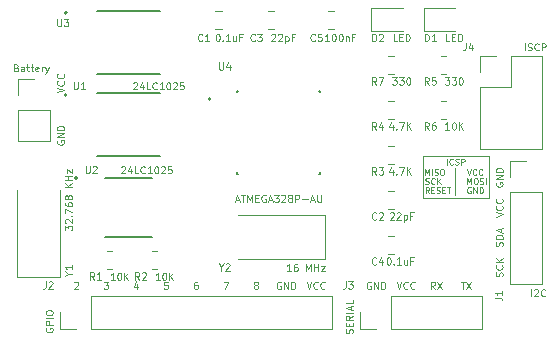
<source format=gto>
%TF.GenerationSoftware,KiCad,Pcbnew,9.0.4*%
%TF.CreationDate,2025-09-27T01:25:33+08:00*%
%TF.ProjectId,KiCAD_Proj (MCU datalogger),4b694341-445f-4507-926f-6a20284d4355,rev?*%
%TF.SameCoordinates,Original*%
%TF.FileFunction,Legend,Top*%
%TF.FilePolarity,Positive*%
%FSLAX46Y46*%
G04 Gerber Fmt 4.6, Leading zero omitted, Abs format (unit mm)*
G04 Created by KiCad (PCBNEW 9.0.4) date 2025-09-27 01:25:33*
%MOMM*%
%LPD*%
G01*
G04 APERTURE LIST*
%ADD10C,0.100000*%
%ADD11C,0.110000*%
%ADD12C,0.200000*%
%ADD13C,0.127000*%
%ADD14C,0.120000*%
G04 APERTURE END LIST*
D10*
X130556047Y-92929419D02*
X130508428Y-92905609D01*
X130508428Y-92905609D02*
X130436999Y-92905609D01*
X130436999Y-92905609D02*
X130365571Y-92929419D01*
X130365571Y-92929419D02*
X130317952Y-92977038D01*
X130317952Y-92977038D02*
X130294142Y-93024657D01*
X130294142Y-93024657D02*
X130270333Y-93119895D01*
X130270333Y-93119895D02*
X130270333Y-93191323D01*
X130270333Y-93191323D02*
X130294142Y-93286561D01*
X130294142Y-93286561D02*
X130317952Y-93334180D01*
X130317952Y-93334180D02*
X130365571Y-93381800D01*
X130365571Y-93381800D02*
X130436999Y-93405609D01*
X130436999Y-93405609D02*
X130484618Y-93405609D01*
X130484618Y-93405609D02*
X130556047Y-93381800D01*
X130556047Y-93381800D02*
X130579856Y-93357990D01*
X130579856Y-93357990D02*
X130579856Y-93191323D01*
X130579856Y-93191323D02*
X130484618Y-93191323D01*
X130794142Y-93405609D02*
X130794142Y-92905609D01*
X130794142Y-92905609D02*
X131079856Y-93405609D01*
X131079856Y-93405609D02*
X131079856Y-92905609D01*
X131317952Y-93405609D02*
X131317952Y-92905609D01*
X131317952Y-92905609D02*
X131437000Y-92905609D01*
X131437000Y-92905609D02*
X131508428Y-92929419D01*
X131508428Y-92929419D02*
X131556047Y-92977038D01*
X131556047Y-92977038D02*
X131579857Y-93024657D01*
X131579857Y-93024657D02*
X131603666Y-93119895D01*
X131603666Y-93119895D02*
X131603666Y-93191323D01*
X131603666Y-93191323D02*
X131579857Y-93286561D01*
X131579857Y-93286561D02*
X131556047Y-93334180D01*
X131556047Y-93334180D02*
X131508428Y-93381800D01*
X131508428Y-93381800D02*
X131437000Y-93405609D01*
X131437000Y-93405609D02*
X131317952Y-93405609D01*
X130278285Y-92643609D02*
X130278285Y-92143609D01*
X130278285Y-92143609D02*
X130444952Y-92500752D01*
X130444952Y-92500752D02*
X130611618Y-92143609D01*
X130611618Y-92143609D02*
X130611618Y-92643609D01*
X130944952Y-92143609D02*
X131040190Y-92143609D01*
X131040190Y-92143609D02*
X131087809Y-92167419D01*
X131087809Y-92167419D02*
X131135428Y-92215038D01*
X131135428Y-92215038D02*
X131159238Y-92310276D01*
X131159238Y-92310276D02*
X131159238Y-92476942D01*
X131159238Y-92476942D02*
X131135428Y-92572180D01*
X131135428Y-92572180D02*
X131087809Y-92619800D01*
X131087809Y-92619800D02*
X131040190Y-92643609D01*
X131040190Y-92643609D02*
X130944952Y-92643609D01*
X130944952Y-92643609D02*
X130897333Y-92619800D01*
X130897333Y-92619800D02*
X130849714Y-92572180D01*
X130849714Y-92572180D02*
X130825905Y-92476942D01*
X130825905Y-92476942D02*
X130825905Y-92310276D01*
X130825905Y-92310276D02*
X130849714Y-92215038D01*
X130849714Y-92215038D02*
X130897333Y-92167419D01*
X130897333Y-92167419D02*
X130944952Y-92143609D01*
X131349715Y-92619800D02*
X131421143Y-92643609D01*
X131421143Y-92643609D02*
X131540191Y-92643609D01*
X131540191Y-92643609D02*
X131587810Y-92619800D01*
X131587810Y-92619800D02*
X131611619Y-92595990D01*
X131611619Y-92595990D02*
X131635429Y-92548371D01*
X131635429Y-92548371D02*
X131635429Y-92500752D01*
X131635429Y-92500752D02*
X131611619Y-92453133D01*
X131611619Y-92453133D02*
X131587810Y-92429323D01*
X131587810Y-92429323D02*
X131540191Y-92405514D01*
X131540191Y-92405514D02*
X131444953Y-92381704D01*
X131444953Y-92381704D02*
X131397334Y-92357895D01*
X131397334Y-92357895D02*
X131373524Y-92334085D01*
X131373524Y-92334085D02*
X131349715Y-92286466D01*
X131349715Y-92286466D02*
X131349715Y-92238847D01*
X131349715Y-92238847D02*
X131373524Y-92191228D01*
X131373524Y-92191228D02*
X131397334Y-92167419D01*
X131397334Y-92167419D02*
X131444953Y-92143609D01*
X131444953Y-92143609D02*
X131564000Y-92143609D01*
X131564000Y-92143609D02*
X131635429Y-92167419D01*
X131849714Y-92643609D02*
X131849714Y-92143609D01*
X130270334Y-91381609D02*
X130437000Y-91881609D01*
X130437000Y-91881609D02*
X130603667Y-91381609D01*
X131056047Y-91833990D02*
X131032238Y-91857800D01*
X131032238Y-91857800D02*
X130960809Y-91881609D01*
X130960809Y-91881609D02*
X130913190Y-91881609D01*
X130913190Y-91881609D02*
X130841762Y-91857800D01*
X130841762Y-91857800D02*
X130794143Y-91810180D01*
X130794143Y-91810180D02*
X130770333Y-91762561D01*
X130770333Y-91762561D02*
X130746524Y-91667323D01*
X130746524Y-91667323D02*
X130746524Y-91595895D01*
X130746524Y-91595895D02*
X130770333Y-91500657D01*
X130770333Y-91500657D02*
X130794143Y-91453038D01*
X130794143Y-91453038D02*
X130841762Y-91405419D01*
X130841762Y-91405419D02*
X130913190Y-91381609D01*
X130913190Y-91381609D02*
X130960809Y-91381609D01*
X130960809Y-91381609D02*
X131032238Y-91405419D01*
X131032238Y-91405419D02*
X131056047Y-91429228D01*
X131556047Y-91833990D02*
X131532238Y-91857800D01*
X131532238Y-91857800D02*
X131460809Y-91881609D01*
X131460809Y-91881609D02*
X131413190Y-91881609D01*
X131413190Y-91881609D02*
X131341762Y-91857800D01*
X131341762Y-91857800D02*
X131294143Y-91810180D01*
X131294143Y-91810180D02*
X131270333Y-91762561D01*
X131270333Y-91762561D02*
X131246524Y-91667323D01*
X131246524Y-91667323D02*
X131246524Y-91595895D01*
X131246524Y-91595895D02*
X131270333Y-91500657D01*
X131270333Y-91500657D02*
X131294143Y-91453038D01*
X131294143Y-91453038D02*
X131341762Y-91405419D01*
X131341762Y-91405419D02*
X131413190Y-91381609D01*
X131413190Y-91381609D02*
X131460809Y-91381609D01*
X131460809Y-91381609D02*
X131532238Y-91405419D01*
X131532238Y-91405419D02*
X131556047Y-91429228D01*
X127035809Y-93405609D02*
X126869143Y-93167514D01*
X126750095Y-93405609D02*
X126750095Y-92905609D01*
X126750095Y-92905609D02*
X126940571Y-92905609D01*
X126940571Y-92905609D02*
X126988190Y-92929419D01*
X126988190Y-92929419D02*
X127012000Y-92953228D01*
X127012000Y-92953228D02*
X127035809Y-93000847D01*
X127035809Y-93000847D02*
X127035809Y-93072276D01*
X127035809Y-93072276D02*
X127012000Y-93119895D01*
X127012000Y-93119895D02*
X126988190Y-93143704D01*
X126988190Y-93143704D02*
X126940571Y-93167514D01*
X126940571Y-93167514D02*
X126750095Y-93167514D01*
X127250095Y-93143704D02*
X127416762Y-93143704D01*
X127488190Y-93405609D02*
X127250095Y-93405609D01*
X127250095Y-93405609D02*
X127250095Y-92905609D01*
X127250095Y-92905609D02*
X127488190Y-92905609D01*
X127678667Y-93381800D02*
X127750095Y-93405609D01*
X127750095Y-93405609D02*
X127869143Y-93405609D01*
X127869143Y-93405609D02*
X127916762Y-93381800D01*
X127916762Y-93381800D02*
X127940571Y-93357990D01*
X127940571Y-93357990D02*
X127964381Y-93310371D01*
X127964381Y-93310371D02*
X127964381Y-93262752D01*
X127964381Y-93262752D02*
X127940571Y-93215133D01*
X127940571Y-93215133D02*
X127916762Y-93191323D01*
X127916762Y-93191323D02*
X127869143Y-93167514D01*
X127869143Y-93167514D02*
X127773905Y-93143704D01*
X127773905Y-93143704D02*
X127726286Y-93119895D01*
X127726286Y-93119895D02*
X127702476Y-93096085D01*
X127702476Y-93096085D02*
X127678667Y-93048466D01*
X127678667Y-93048466D02*
X127678667Y-93000847D01*
X127678667Y-93000847D02*
X127702476Y-92953228D01*
X127702476Y-92953228D02*
X127726286Y-92929419D01*
X127726286Y-92929419D02*
X127773905Y-92905609D01*
X127773905Y-92905609D02*
X127892952Y-92905609D01*
X127892952Y-92905609D02*
X127964381Y-92929419D01*
X128178666Y-93143704D02*
X128345333Y-93143704D01*
X128416761Y-93405609D02*
X128178666Y-93405609D01*
X128178666Y-93405609D02*
X128178666Y-92905609D01*
X128178666Y-92905609D02*
X128416761Y-92905609D01*
X128559619Y-92905609D02*
X128845333Y-92905609D01*
X128702476Y-93405609D02*
X128702476Y-92905609D01*
X126738143Y-92619800D02*
X126809571Y-92643609D01*
X126809571Y-92643609D02*
X126928619Y-92643609D01*
X126928619Y-92643609D02*
X126976238Y-92619800D01*
X126976238Y-92619800D02*
X127000047Y-92595990D01*
X127000047Y-92595990D02*
X127023857Y-92548371D01*
X127023857Y-92548371D02*
X127023857Y-92500752D01*
X127023857Y-92500752D02*
X127000047Y-92453133D01*
X127000047Y-92453133D02*
X126976238Y-92429323D01*
X126976238Y-92429323D02*
X126928619Y-92405514D01*
X126928619Y-92405514D02*
X126833381Y-92381704D01*
X126833381Y-92381704D02*
X126785762Y-92357895D01*
X126785762Y-92357895D02*
X126761952Y-92334085D01*
X126761952Y-92334085D02*
X126738143Y-92286466D01*
X126738143Y-92286466D02*
X126738143Y-92238847D01*
X126738143Y-92238847D02*
X126761952Y-92191228D01*
X126761952Y-92191228D02*
X126785762Y-92167419D01*
X126785762Y-92167419D02*
X126833381Y-92143609D01*
X126833381Y-92143609D02*
X126952428Y-92143609D01*
X126952428Y-92143609D02*
X127023857Y-92167419D01*
X127523856Y-92595990D02*
X127500047Y-92619800D01*
X127500047Y-92619800D02*
X127428618Y-92643609D01*
X127428618Y-92643609D02*
X127380999Y-92643609D01*
X127380999Y-92643609D02*
X127309571Y-92619800D01*
X127309571Y-92619800D02*
X127261952Y-92572180D01*
X127261952Y-92572180D02*
X127238142Y-92524561D01*
X127238142Y-92524561D02*
X127214333Y-92429323D01*
X127214333Y-92429323D02*
X127214333Y-92357895D01*
X127214333Y-92357895D02*
X127238142Y-92262657D01*
X127238142Y-92262657D02*
X127261952Y-92215038D01*
X127261952Y-92215038D02*
X127309571Y-92167419D01*
X127309571Y-92167419D02*
X127380999Y-92143609D01*
X127380999Y-92143609D02*
X127428618Y-92143609D01*
X127428618Y-92143609D02*
X127500047Y-92167419D01*
X127500047Y-92167419D02*
X127523856Y-92191228D01*
X127738142Y-92643609D02*
X127738142Y-92143609D01*
X128023856Y-92643609D02*
X127809571Y-92357895D01*
X128023856Y-92143609D02*
X127738142Y-92429323D01*
X126722285Y-91881609D02*
X126722285Y-91381609D01*
X126722285Y-91381609D02*
X126888952Y-91738752D01*
X126888952Y-91738752D02*
X127055618Y-91381609D01*
X127055618Y-91381609D02*
X127055618Y-91881609D01*
X127293714Y-91881609D02*
X127293714Y-91381609D01*
X127508000Y-91857800D02*
X127579428Y-91881609D01*
X127579428Y-91881609D02*
X127698476Y-91881609D01*
X127698476Y-91881609D02*
X127746095Y-91857800D01*
X127746095Y-91857800D02*
X127769904Y-91833990D01*
X127769904Y-91833990D02*
X127793714Y-91786371D01*
X127793714Y-91786371D02*
X127793714Y-91738752D01*
X127793714Y-91738752D02*
X127769904Y-91691133D01*
X127769904Y-91691133D02*
X127746095Y-91667323D01*
X127746095Y-91667323D02*
X127698476Y-91643514D01*
X127698476Y-91643514D02*
X127603238Y-91619704D01*
X127603238Y-91619704D02*
X127555619Y-91595895D01*
X127555619Y-91595895D02*
X127531809Y-91572085D01*
X127531809Y-91572085D02*
X127508000Y-91524466D01*
X127508000Y-91524466D02*
X127508000Y-91476847D01*
X127508000Y-91476847D02*
X127531809Y-91429228D01*
X127531809Y-91429228D02*
X127555619Y-91405419D01*
X127555619Y-91405419D02*
X127603238Y-91381609D01*
X127603238Y-91381609D02*
X127722285Y-91381609D01*
X127722285Y-91381609D02*
X127793714Y-91405419D01*
X128103237Y-91381609D02*
X128198475Y-91381609D01*
X128198475Y-91381609D02*
X128246094Y-91405419D01*
X128246094Y-91405419D02*
X128293713Y-91453038D01*
X128293713Y-91453038D02*
X128317523Y-91548276D01*
X128317523Y-91548276D02*
X128317523Y-91714942D01*
X128317523Y-91714942D02*
X128293713Y-91810180D01*
X128293713Y-91810180D02*
X128246094Y-91857800D01*
X128246094Y-91857800D02*
X128198475Y-91881609D01*
X128198475Y-91881609D02*
X128103237Y-91881609D01*
X128103237Y-91881609D02*
X128055618Y-91857800D01*
X128055618Y-91857800D02*
X128007999Y-91810180D01*
X128007999Y-91810180D02*
X127984190Y-91714942D01*
X127984190Y-91714942D02*
X127984190Y-91548276D01*
X127984190Y-91548276D02*
X128007999Y-91453038D01*
X128007999Y-91453038D02*
X128055618Y-91405419D01*
X128055618Y-91405419D02*
X128103237Y-91381609D01*
X129208884Y-91962332D02*
X129208884Y-91248046D01*
X129208884Y-92767304D02*
X129208884Y-92053018D01*
X129208884Y-93572276D02*
X129208884Y-92857990D01*
X128547905Y-90992609D02*
X128547905Y-90492609D01*
X129071714Y-90944990D02*
X129047905Y-90968800D01*
X129047905Y-90968800D02*
X128976476Y-90992609D01*
X128976476Y-90992609D02*
X128928857Y-90992609D01*
X128928857Y-90992609D02*
X128857429Y-90968800D01*
X128857429Y-90968800D02*
X128809810Y-90921180D01*
X128809810Y-90921180D02*
X128786000Y-90873561D01*
X128786000Y-90873561D02*
X128762191Y-90778323D01*
X128762191Y-90778323D02*
X128762191Y-90706895D01*
X128762191Y-90706895D02*
X128786000Y-90611657D01*
X128786000Y-90611657D02*
X128809810Y-90564038D01*
X128809810Y-90564038D02*
X128857429Y-90516419D01*
X128857429Y-90516419D02*
X128928857Y-90492609D01*
X128928857Y-90492609D02*
X128976476Y-90492609D01*
X128976476Y-90492609D02*
X129047905Y-90516419D01*
X129047905Y-90516419D02*
X129071714Y-90540228D01*
X129262191Y-90968800D02*
X129333619Y-90992609D01*
X129333619Y-90992609D02*
X129452667Y-90992609D01*
X129452667Y-90992609D02*
X129500286Y-90968800D01*
X129500286Y-90968800D02*
X129524095Y-90944990D01*
X129524095Y-90944990D02*
X129547905Y-90897371D01*
X129547905Y-90897371D02*
X129547905Y-90849752D01*
X129547905Y-90849752D02*
X129524095Y-90802133D01*
X129524095Y-90802133D02*
X129500286Y-90778323D01*
X129500286Y-90778323D02*
X129452667Y-90754514D01*
X129452667Y-90754514D02*
X129357429Y-90730704D01*
X129357429Y-90730704D02*
X129309810Y-90706895D01*
X129309810Y-90706895D02*
X129286000Y-90683085D01*
X129286000Y-90683085D02*
X129262191Y-90635466D01*
X129262191Y-90635466D02*
X129262191Y-90587847D01*
X129262191Y-90587847D02*
X129286000Y-90540228D01*
X129286000Y-90540228D02*
X129309810Y-90516419D01*
X129309810Y-90516419D02*
X129357429Y-90492609D01*
X129357429Y-90492609D02*
X129476476Y-90492609D01*
X129476476Y-90492609D02*
X129547905Y-90516419D01*
X129762190Y-90992609D02*
X129762190Y-90492609D01*
X129762190Y-90492609D02*
X129952666Y-90492609D01*
X129952666Y-90492609D02*
X130000285Y-90516419D01*
X130000285Y-90516419D02*
X130024095Y-90540228D01*
X130024095Y-90540228D02*
X130047904Y-90587847D01*
X130047904Y-90587847D02*
X130047904Y-90659276D01*
X130047904Y-90659276D02*
X130024095Y-90706895D01*
X130024095Y-90706895D02*
X130000285Y-90730704D01*
X130000285Y-90730704D02*
X129952666Y-90754514D01*
X129952666Y-90754514D02*
X129762190Y-90754514D01*
X126492000Y-90297000D02*
X132080000Y-90297000D01*
X132080000Y-93853000D01*
X126492000Y-93853000D01*
X126492000Y-90297000D01*
D11*
X95585422Y-88976142D02*
X95556851Y-89033285D01*
X95556851Y-89033285D02*
X95556851Y-89118999D01*
X95556851Y-89118999D02*
X95585422Y-89204713D01*
X95585422Y-89204713D02*
X95642565Y-89261856D01*
X95642565Y-89261856D02*
X95699708Y-89290427D01*
X95699708Y-89290427D02*
X95813994Y-89318999D01*
X95813994Y-89318999D02*
X95899708Y-89318999D01*
X95899708Y-89318999D02*
X96013994Y-89290427D01*
X96013994Y-89290427D02*
X96071137Y-89261856D01*
X96071137Y-89261856D02*
X96128280Y-89204713D01*
X96128280Y-89204713D02*
X96156851Y-89118999D01*
X96156851Y-89118999D02*
X96156851Y-89061856D01*
X96156851Y-89061856D02*
X96128280Y-88976142D01*
X96128280Y-88976142D02*
X96099708Y-88947570D01*
X96099708Y-88947570D02*
X95899708Y-88947570D01*
X95899708Y-88947570D02*
X95899708Y-89061856D01*
X96156851Y-88690427D02*
X95556851Y-88690427D01*
X95556851Y-88690427D02*
X96156851Y-88347570D01*
X96156851Y-88347570D02*
X95556851Y-88347570D01*
X96156851Y-88061856D02*
X95556851Y-88061856D01*
X95556851Y-88061856D02*
X95556851Y-87918999D01*
X95556851Y-87918999D02*
X95585422Y-87833285D01*
X95585422Y-87833285D02*
X95642565Y-87776142D01*
X95642565Y-87776142D02*
X95699708Y-87747571D01*
X95699708Y-87747571D02*
X95813994Y-87718999D01*
X95813994Y-87718999D02*
X95899708Y-87718999D01*
X95899708Y-87718999D02*
X96013994Y-87747571D01*
X96013994Y-87747571D02*
X96071137Y-87776142D01*
X96071137Y-87776142D02*
X96128280Y-87833285D01*
X96128280Y-87833285D02*
X96156851Y-87918999D01*
X96156851Y-87918999D02*
X96156851Y-88061856D01*
X95556851Y-84874000D02*
X96156851Y-84674000D01*
X96156851Y-84674000D02*
X95556851Y-84474000D01*
X96099708Y-83931142D02*
X96128280Y-83959714D01*
X96128280Y-83959714D02*
X96156851Y-84045428D01*
X96156851Y-84045428D02*
X96156851Y-84102571D01*
X96156851Y-84102571D02*
X96128280Y-84188285D01*
X96128280Y-84188285D02*
X96071137Y-84245428D01*
X96071137Y-84245428D02*
X96013994Y-84273999D01*
X96013994Y-84273999D02*
X95899708Y-84302571D01*
X95899708Y-84302571D02*
X95813994Y-84302571D01*
X95813994Y-84302571D02*
X95699708Y-84273999D01*
X95699708Y-84273999D02*
X95642565Y-84245428D01*
X95642565Y-84245428D02*
X95585422Y-84188285D01*
X95585422Y-84188285D02*
X95556851Y-84102571D01*
X95556851Y-84102571D02*
X95556851Y-84045428D01*
X95556851Y-84045428D02*
X95585422Y-83959714D01*
X95585422Y-83959714D02*
X95613994Y-83931142D01*
X96099708Y-83331142D02*
X96128280Y-83359714D01*
X96128280Y-83359714D02*
X96156851Y-83445428D01*
X96156851Y-83445428D02*
X96156851Y-83502571D01*
X96156851Y-83502571D02*
X96128280Y-83588285D01*
X96128280Y-83588285D02*
X96071137Y-83645428D01*
X96071137Y-83645428D02*
X96013994Y-83673999D01*
X96013994Y-83673999D02*
X95899708Y-83702571D01*
X95899708Y-83702571D02*
X95813994Y-83702571D01*
X95813994Y-83702571D02*
X95699708Y-83673999D01*
X95699708Y-83673999D02*
X95642565Y-83645428D01*
X95642565Y-83645428D02*
X95585422Y-83588285D01*
X95585422Y-83588285D02*
X95556851Y-83502571D01*
X95556851Y-83502571D02*
X95556851Y-83445428D01*
X95556851Y-83445428D02*
X95585422Y-83359714D01*
X95585422Y-83359714D02*
X95613994Y-83331142D01*
X99495000Y-100920851D02*
X99866428Y-100920851D01*
X99866428Y-100920851D02*
X99666428Y-101149422D01*
X99666428Y-101149422D02*
X99752143Y-101149422D01*
X99752143Y-101149422D02*
X99809286Y-101177994D01*
X99809286Y-101177994D02*
X99837857Y-101206565D01*
X99837857Y-101206565D02*
X99866428Y-101263708D01*
X99866428Y-101263708D02*
X99866428Y-101406565D01*
X99866428Y-101406565D02*
X99837857Y-101463708D01*
X99837857Y-101463708D02*
X99809286Y-101492280D01*
X99809286Y-101492280D02*
X99752143Y-101520851D01*
X99752143Y-101520851D02*
X99580714Y-101520851D01*
X99580714Y-101520851D02*
X99523571Y-101492280D01*
X99523571Y-101492280D02*
X99495000Y-101463708D01*
X96983571Y-100977994D02*
X97012143Y-100949422D01*
X97012143Y-100949422D02*
X97069286Y-100920851D01*
X97069286Y-100920851D02*
X97212143Y-100920851D01*
X97212143Y-100920851D02*
X97269286Y-100949422D01*
X97269286Y-100949422D02*
X97297857Y-100977994D01*
X97297857Y-100977994D02*
X97326428Y-101035137D01*
X97326428Y-101035137D02*
X97326428Y-101092280D01*
X97326428Y-101092280D02*
X97297857Y-101177994D01*
X97297857Y-101177994D02*
X96955000Y-101520851D01*
X96955000Y-101520851D02*
X97326428Y-101520851D01*
X102349286Y-101120851D02*
X102349286Y-101520851D01*
X102206428Y-100892280D02*
X102063571Y-101320851D01*
X102063571Y-101320851D02*
X102435000Y-101320851D01*
X100423713Y-100758851D02*
X100080856Y-100758851D01*
X100252285Y-100758851D02*
X100252285Y-100158851D01*
X100252285Y-100158851D02*
X100195142Y-100244565D01*
X100195142Y-100244565D02*
X100137999Y-100301708D01*
X100137999Y-100301708D02*
X100080856Y-100330280D01*
X100795142Y-100158851D02*
X100852285Y-100158851D01*
X100852285Y-100158851D02*
X100909428Y-100187422D01*
X100909428Y-100187422D02*
X100938000Y-100215994D01*
X100938000Y-100215994D02*
X100966571Y-100273137D01*
X100966571Y-100273137D02*
X100995142Y-100387422D01*
X100995142Y-100387422D02*
X100995142Y-100530280D01*
X100995142Y-100530280D02*
X100966571Y-100644565D01*
X100966571Y-100644565D02*
X100938000Y-100701708D01*
X100938000Y-100701708D02*
X100909428Y-100730280D01*
X100909428Y-100730280D02*
X100852285Y-100758851D01*
X100852285Y-100758851D02*
X100795142Y-100758851D01*
X100795142Y-100758851D02*
X100738000Y-100730280D01*
X100738000Y-100730280D02*
X100709428Y-100701708D01*
X100709428Y-100701708D02*
X100680857Y-100644565D01*
X100680857Y-100644565D02*
X100652285Y-100530280D01*
X100652285Y-100530280D02*
X100652285Y-100387422D01*
X100652285Y-100387422D02*
X100680857Y-100273137D01*
X100680857Y-100273137D02*
X100709428Y-100215994D01*
X100709428Y-100215994D02*
X100738000Y-100187422D01*
X100738000Y-100187422D02*
X100795142Y-100158851D01*
X101252286Y-100758851D02*
X101252286Y-100158851D01*
X101595143Y-100758851D02*
X101338000Y-100415994D01*
X101595143Y-100158851D02*
X101252286Y-100501708D01*
X104233713Y-100758851D02*
X103890856Y-100758851D01*
X104062285Y-100758851D02*
X104062285Y-100158851D01*
X104062285Y-100158851D02*
X104005142Y-100244565D01*
X104005142Y-100244565D02*
X103947999Y-100301708D01*
X103947999Y-100301708D02*
X103890856Y-100330280D01*
X104605142Y-100158851D02*
X104662285Y-100158851D01*
X104662285Y-100158851D02*
X104719428Y-100187422D01*
X104719428Y-100187422D02*
X104748000Y-100215994D01*
X104748000Y-100215994D02*
X104776571Y-100273137D01*
X104776571Y-100273137D02*
X104805142Y-100387422D01*
X104805142Y-100387422D02*
X104805142Y-100530280D01*
X104805142Y-100530280D02*
X104776571Y-100644565D01*
X104776571Y-100644565D02*
X104748000Y-100701708D01*
X104748000Y-100701708D02*
X104719428Y-100730280D01*
X104719428Y-100730280D02*
X104662285Y-100758851D01*
X104662285Y-100758851D02*
X104605142Y-100758851D01*
X104605142Y-100758851D02*
X104548000Y-100730280D01*
X104548000Y-100730280D02*
X104519428Y-100701708D01*
X104519428Y-100701708D02*
X104490857Y-100644565D01*
X104490857Y-100644565D02*
X104462285Y-100530280D01*
X104462285Y-100530280D02*
X104462285Y-100387422D01*
X104462285Y-100387422D02*
X104490857Y-100273137D01*
X104490857Y-100273137D02*
X104519428Y-100215994D01*
X104519428Y-100215994D02*
X104548000Y-100187422D01*
X104548000Y-100187422D02*
X104605142Y-100158851D01*
X105062286Y-100758851D02*
X105062286Y-100158851D01*
X105405143Y-100758851D02*
X105148000Y-100415994D01*
X105405143Y-100158851D02*
X105062286Y-100501708D01*
X110657142Y-93983422D02*
X110942857Y-93983422D01*
X110599999Y-94154851D02*
X110799999Y-93554851D01*
X110799999Y-93554851D02*
X110999999Y-94154851D01*
X111114285Y-93554851D02*
X111457143Y-93554851D01*
X111285714Y-94154851D02*
X111285714Y-93554851D01*
X111657143Y-94154851D02*
X111657143Y-93554851D01*
X111657143Y-93554851D02*
X111857143Y-93983422D01*
X111857143Y-93983422D02*
X112057143Y-93554851D01*
X112057143Y-93554851D02*
X112057143Y-94154851D01*
X112342857Y-93840565D02*
X112542857Y-93840565D01*
X112628571Y-94154851D02*
X112342857Y-94154851D01*
X112342857Y-94154851D02*
X112342857Y-93554851D01*
X112342857Y-93554851D02*
X112628571Y-93554851D01*
X113199999Y-93583422D02*
X113142857Y-93554851D01*
X113142857Y-93554851D02*
X113057142Y-93554851D01*
X113057142Y-93554851D02*
X112971428Y-93583422D01*
X112971428Y-93583422D02*
X112914285Y-93640565D01*
X112914285Y-93640565D02*
X112885714Y-93697708D01*
X112885714Y-93697708D02*
X112857142Y-93811994D01*
X112857142Y-93811994D02*
X112857142Y-93897708D01*
X112857142Y-93897708D02*
X112885714Y-94011994D01*
X112885714Y-94011994D02*
X112914285Y-94069137D01*
X112914285Y-94069137D02*
X112971428Y-94126280D01*
X112971428Y-94126280D02*
X113057142Y-94154851D01*
X113057142Y-94154851D02*
X113114285Y-94154851D01*
X113114285Y-94154851D02*
X113199999Y-94126280D01*
X113199999Y-94126280D02*
X113228571Y-94097708D01*
X113228571Y-94097708D02*
X113228571Y-93897708D01*
X113228571Y-93897708D02*
X113114285Y-93897708D01*
X113457142Y-93983422D02*
X113742857Y-93983422D01*
X113399999Y-94154851D02*
X113599999Y-93554851D01*
X113599999Y-93554851D02*
X113799999Y-94154851D01*
X113942857Y-93554851D02*
X114314285Y-93554851D01*
X114314285Y-93554851D02*
X114114285Y-93783422D01*
X114114285Y-93783422D02*
X114200000Y-93783422D01*
X114200000Y-93783422D02*
X114257143Y-93811994D01*
X114257143Y-93811994D02*
X114285714Y-93840565D01*
X114285714Y-93840565D02*
X114314285Y-93897708D01*
X114314285Y-93897708D02*
X114314285Y-94040565D01*
X114314285Y-94040565D02*
X114285714Y-94097708D01*
X114285714Y-94097708D02*
X114257143Y-94126280D01*
X114257143Y-94126280D02*
X114200000Y-94154851D01*
X114200000Y-94154851D02*
X114028571Y-94154851D01*
X114028571Y-94154851D02*
X113971428Y-94126280D01*
X113971428Y-94126280D02*
X113942857Y-94097708D01*
X114542857Y-93611994D02*
X114571429Y-93583422D01*
X114571429Y-93583422D02*
X114628572Y-93554851D01*
X114628572Y-93554851D02*
X114771429Y-93554851D01*
X114771429Y-93554851D02*
X114828572Y-93583422D01*
X114828572Y-93583422D02*
X114857143Y-93611994D01*
X114857143Y-93611994D02*
X114885714Y-93669137D01*
X114885714Y-93669137D02*
X114885714Y-93726280D01*
X114885714Y-93726280D02*
X114857143Y-93811994D01*
X114857143Y-93811994D02*
X114514286Y-94154851D01*
X114514286Y-94154851D02*
X114885714Y-94154851D01*
X115228572Y-93811994D02*
X115171429Y-93783422D01*
X115171429Y-93783422D02*
X115142858Y-93754851D01*
X115142858Y-93754851D02*
X115114286Y-93697708D01*
X115114286Y-93697708D02*
X115114286Y-93669137D01*
X115114286Y-93669137D02*
X115142858Y-93611994D01*
X115142858Y-93611994D02*
X115171429Y-93583422D01*
X115171429Y-93583422D02*
X115228572Y-93554851D01*
X115228572Y-93554851D02*
X115342858Y-93554851D01*
X115342858Y-93554851D02*
X115400001Y-93583422D01*
X115400001Y-93583422D02*
X115428572Y-93611994D01*
X115428572Y-93611994D02*
X115457143Y-93669137D01*
X115457143Y-93669137D02*
X115457143Y-93697708D01*
X115457143Y-93697708D02*
X115428572Y-93754851D01*
X115428572Y-93754851D02*
X115400001Y-93783422D01*
X115400001Y-93783422D02*
X115342858Y-93811994D01*
X115342858Y-93811994D02*
X115228572Y-93811994D01*
X115228572Y-93811994D02*
X115171429Y-93840565D01*
X115171429Y-93840565D02*
X115142858Y-93869137D01*
X115142858Y-93869137D02*
X115114286Y-93926280D01*
X115114286Y-93926280D02*
X115114286Y-94040565D01*
X115114286Y-94040565D02*
X115142858Y-94097708D01*
X115142858Y-94097708D02*
X115171429Y-94126280D01*
X115171429Y-94126280D02*
X115228572Y-94154851D01*
X115228572Y-94154851D02*
X115342858Y-94154851D01*
X115342858Y-94154851D02*
X115400001Y-94126280D01*
X115400001Y-94126280D02*
X115428572Y-94097708D01*
X115428572Y-94097708D02*
X115457143Y-94040565D01*
X115457143Y-94040565D02*
X115457143Y-93926280D01*
X115457143Y-93926280D02*
X115428572Y-93869137D01*
X115428572Y-93869137D02*
X115400001Y-93840565D01*
X115400001Y-93840565D02*
X115342858Y-93811994D01*
X115714287Y-94154851D02*
X115714287Y-93554851D01*
X115714287Y-93554851D02*
X115942858Y-93554851D01*
X115942858Y-93554851D02*
X116000001Y-93583422D01*
X116000001Y-93583422D02*
X116028572Y-93611994D01*
X116028572Y-93611994D02*
X116057144Y-93669137D01*
X116057144Y-93669137D02*
X116057144Y-93754851D01*
X116057144Y-93754851D02*
X116028572Y-93811994D01*
X116028572Y-93811994D02*
X116000001Y-93840565D01*
X116000001Y-93840565D02*
X115942858Y-93869137D01*
X115942858Y-93869137D02*
X115714287Y-93869137D01*
X116314287Y-93926280D02*
X116771430Y-93926280D01*
X117028572Y-93983422D02*
X117314287Y-93983422D01*
X116971429Y-94154851D02*
X117171429Y-93554851D01*
X117171429Y-93554851D02*
X117371429Y-94154851D01*
X117571430Y-93554851D02*
X117571430Y-94040565D01*
X117571430Y-94040565D02*
X117600001Y-94097708D01*
X117600001Y-94097708D02*
X117628573Y-94126280D01*
X117628573Y-94126280D02*
X117685715Y-94154851D01*
X117685715Y-94154851D02*
X117800001Y-94154851D01*
X117800001Y-94154851D02*
X117857144Y-94126280D01*
X117857144Y-94126280D02*
X117885715Y-94097708D01*
X117885715Y-94097708D02*
X117914287Y-94040565D01*
X117914287Y-94040565D02*
X117914287Y-93554851D01*
X115343142Y-99996851D02*
X115000285Y-99996851D01*
X115171714Y-99996851D02*
X115171714Y-99396851D01*
X115171714Y-99396851D02*
X115114571Y-99482565D01*
X115114571Y-99482565D02*
X115057428Y-99539708D01*
X115057428Y-99539708D02*
X115000285Y-99568280D01*
X115857429Y-99396851D02*
X115743143Y-99396851D01*
X115743143Y-99396851D02*
X115686000Y-99425422D01*
X115686000Y-99425422D02*
X115657429Y-99453994D01*
X115657429Y-99453994D02*
X115600286Y-99539708D01*
X115600286Y-99539708D02*
X115571714Y-99653994D01*
X115571714Y-99653994D02*
X115571714Y-99882565D01*
X115571714Y-99882565D02*
X115600286Y-99939708D01*
X115600286Y-99939708D02*
X115628857Y-99968280D01*
X115628857Y-99968280D02*
X115686000Y-99996851D01*
X115686000Y-99996851D02*
X115800286Y-99996851D01*
X115800286Y-99996851D02*
X115857429Y-99968280D01*
X115857429Y-99968280D02*
X115886000Y-99939708D01*
X115886000Y-99939708D02*
X115914571Y-99882565D01*
X115914571Y-99882565D02*
X115914571Y-99739708D01*
X115914571Y-99739708D02*
X115886000Y-99682565D01*
X115886000Y-99682565D02*
X115857429Y-99653994D01*
X115857429Y-99653994D02*
X115800286Y-99625422D01*
X115800286Y-99625422D02*
X115686000Y-99625422D01*
X115686000Y-99625422D02*
X115628857Y-99653994D01*
X115628857Y-99653994D02*
X115600286Y-99682565D01*
X115600286Y-99682565D02*
X115571714Y-99739708D01*
X116628858Y-99996851D02*
X116628858Y-99396851D01*
X116628858Y-99396851D02*
X116828858Y-99825422D01*
X116828858Y-99825422D02*
X117028858Y-99396851D01*
X117028858Y-99396851D02*
X117028858Y-99996851D01*
X117314572Y-99996851D02*
X117314572Y-99396851D01*
X117314572Y-99682565D02*
X117657429Y-99682565D01*
X117657429Y-99996851D02*
X117657429Y-99396851D01*
X117886000Y-99596851D02*
X118200286Y-99596851D01*
X118200286Y-99596851D02*
X117886000Y-99996851D01*
X117886000Y-99996851D02*
X118200286Y-99996851D01*
X118578427Y-80535851D02*
X118235570Y-80535851D01*
X118406999Y-80535851D02*
X118406999Y-79935851D01*
X118406999Y-79935851D02*
X118349856Y-80021565D01*
X118349856Y-80021565D02*
X118292713Y-80078708D01*
X118292713Y-80078708D02*
X118235570Y-80107280D01*
X118949856Y-79935851D02*
X119006999Y-79935851D01*
X119006999Y-79935851D02*
X119064142Y-79964422D01*
X119064142Y-79964422D02*
X119092714Y-79992994D01*
X119092714Y-79992994D02*
X119121285Y-80050137D01*
X119121285Y-80050137D02*
X119149856Y-80164422D01*
X119149856Y-80164422D02*
X119149856Y-80307280D01*
X119149856Y-80307280D02*
X119121285Y-80421565D01*
X119121285Y-80421565D02*
X119092714Y-80478708D01*
X119092714Y-80478708D02*
X119064142Y-80507280D01*
X119064142Y-80507280D02*
X119006999Y-80535851D01*
X119006999Y-80535851D02*
X118949856Y-80535851D01*
X118949856Y-80535851D02*
X118892714Y-80507280D01*
X118892714Y-80507280D02*
X118864142Y-80478708D01*
X118864142Y-80478708D02*
X118835571Y-80421565D01*
X118835571Y-80421565D02*
X118806999Y-80307280D01*
X118806999Y-80307280D02*
X118806999Y-80164422D01*
X118806999Y-80164422D02*
X118835571Y-80050137D01*
X118835571Y-80050137D02*
X118864142Y-79992994D01*
X118864142Y-79992994D02*
X118892714Y-79964422D01*
X118892714Y-79964422D02*
X118949856Y-79935851D01*
X119521285Y-79935851D02*
X119578428Y-79935851D01*
X119578428Y-79935851D02*
X119635571Y-79964422D01*
X119635571Y-79964422D02*
X119664143Y-79992994D01*
X119664143Y-79992994D02*
X119692714Y-80050137D01*
X119692714Y-80050137D02*
X119721285Y-80164422D01*
X119721285Y-80164422D02*
X119721285Y-80307280D01*
X119721285Y-80307280D02*
X119692714Y-80421565D01*
X119692714Y-80421565D02*
X119664143Y-80478708D01*
X119664143Y-80478708D02*
X119635571Y-80507280D01*
X119635571Y-80507280D02*
X119578428Y-80535851D01*
X119578428Y-80535851D02*
X119521285Y-80535851D01*
X119521285Y-80535851D02*
X119464143Y-80507280D01*
X119464143Y-80507280D02*
X119435571Y-80478708D01*
X119435571Y-80478708D02*
X119407000Y-80421565D01*
X119407000Y-80421565D02*
X119378428Y-80307280D01*
X119378428Y-80307280D02*
X119378428Y-80164422D01*
X119378428Y-80164422D02*
X119407000Y-80050137D01*
X119407000Y-80050137D02*
X119435571Y-79992994D01*
X119435571Y-79992994D02*
X119464143Y-79964422D01*
X119464143Y-79964422D02*
X119521285Y-79935851D01*
X119978429Y-80135851D02*
X119978429Y-80535851D01*
X119978429Y-80192994D02*
X120007000Y-80164422D01*
X120007000Y-80164422D02*
X120064143Y-80135851D01*
X120064143Y-80135851D02*
X120149857Y-80135851D01*
X120149857Y-80135851D02*
X120207000Y-80164422D01*
X120207000Y-80164422D02*
X120235572Y-80221565D01*
X120235572Y-80221565D02*
X120235572Y-80535851D01*
X120721286Y-80221565D02*
X120521286Y-80221565D01*
X120521286Y-80535851D02*
X120521286Y-79935851D01*
X120521286Y-79935851D02*
X120807000Y-79935851D01*
X113695285Y-79992994D02*
X113723857Y-79964422D01*
X113723857Y-79964422D02*
X113781000Y-79935851D01*
X113781000Y-79935851D02*
X113923857Y-79935851D01*
X113923857Y-79935851D02*
X113981000Y-79964422D01*
X113981000Y-79964422D02*
X114009571Y-79992994D01*
X114009571Y-79992994D02*
X114038142Y-80050137D01*
X114038142Y-80050137D02*
X114038142Y-80107280D01*
X114038142Y-80107280D02*
X114009571Y-80192994D01*
X114009571Y-80192994D02*
X113666714Y-80535851D01*
X113666714Y-80535851D02*
X114038142Y-80535851D01*
X114266714Y-79992994D02*
X114295286Y-79964422D01*
X114295286Y-79964422D02*
X114352429Y-79935851D01*
X114352429Y-79935851D02*
X114495286Y-79935851D01*
X114495286Y-79935851D02*
X114552429Y-79964422D01*
X114552429Y-79964422D02*
X114581000Y-79992994D01*
X114581000Y-79992994D02*
X114609571Y-80050137D01*
X114609571Y-80050137D02*
X114609571Y-80107280D01*
X114609571Y-80107280D02*
X114581000Y-80192994D01*
X114581000Y-80192994D02*
X114238143Y-80535851D01*
X114238143Y-80535851D02*
X114609571Y-80535851D01*
X114866715Y-80135851D02*
X114866715Y-80735851D01*
X114866715Y-80164422D02*
X114923858Y-80135851D01*
X114923858Y-80135851D02*
X115038143Y-80135851D01*
X115038143Y-80135851D02*
X115095286Y-80164422D01*
X115095286Y-80164422D02*
X115123858Y-80192994D01*
X115123858Y-80192994D02*
X115152429Y-80250137D01*
X115152429Y-80250137D02*
X115152429Y-80421565D01*
X115152429Y-80421565D02*
X115123858Y-80478708D01*
X115123858Y-80478708D02*
X115095286Y-80507280D01*
X115095286Y-80507280D02*
X115038143Y-80535851D01*
X115038143Y-80535851D02*
X114923858Y-80535851D01*
X114923858Y-80535851D02*
X114866715Y-80507280D01*
X115609572Y-80221565D02*
X115409572Y-80221565D01*
X115409572Y-80535851D02*
X115409572Y-79935851D01*
X115409572Y-79935851D02*
X115695286Y-79935851D01*
X109123285Y-79935851D02*
X109180428Y-79935851D01*
X109180428Y-79935851D02*
X109237571Y-79964422D01*
X109237571Y-79964422D02*
X109266143Y-79992994D01*
X109266143Y-79992994D02*
X109294714Y-80050137D01*
X109294714Y-80050137D02*
X109323285Y-80164422D01*
X109323285Y-80164422D02*
X109323285Y-80307280D01*
X109323285Y-80307280D02*
X109294714Y-80421565D01*
X109294714Y-80421565D02*
X109266143Y-80478708D01*
X109266143Y-80478708D02*
X109237571Y-80507280D01*
X109237571Y-80507280D02*
X109180428Y-80535851D01*
X109180428Y-80535851D02*
X109123285Y-80535851D01*
X109123285Y-80535851D02*
X109066143Y-80507280D01*
X109066143Y-80507280D02*
X109037571Y-80478708D01*
X109037571Y-80478708D02*
X109009000Y-80421565D01*
X109009000Y-80421565D02*
X108980428Y-80307280D01*
X108980428Y-80307280D02*
X108980428Y-80164422D01*
X108980428Y-80164422D02*
X109009000Y-80050137D01*
X109009000Y-80050137D02*
X109037571Y-79992994D01*
X109037571Y-79992994D02*
X109066143Y-79964422D01*
X109066143Y-79964422D02*
X109123285Y-79935851D01*
X109580429Y-80478708D02*
X109609000Y-80507280D01*
X109609000Y-80507280D02*
X109580429Y-80535851D01*
X109580429Y-80535851D02*
X109551857Y-80507280D01*
X109551857Y-80507280D02*
X109580429Y-80478708D01*
X109580429Y-80478708D02*
X109580429Y-80535851D01*
X110180428Y-80535851D02*
X109837571Y-80535851D01*
X110009000Y-80535851D02*
X110009000Y-79935851D01*
X110009000Y-79935851D02*
X109951857Y-80021565D01*
X109951857Y-80021565D02*
X109894714Y-80078708D01*
X109894714Y-80078708D02*
X109837571Y-80107280D01*
X110694715Y-80135851D02*
X110694715Y-80535851D01*
X110437572Y-80135851D02*
X110437572Y-80450137D01*
X110437572Y-80450137D02*
X110466143Y-80507280D01*
X110466143Y-80507280D02*
X110523286Y-80535851D01*
X110523286Y-80535851D02*
X110609000Y-80535851D01*
X110609000Y-80535851D02*
X110666143Y-80507280D01*
X110666143Y-80507280D02*
X110694715Y-80478708D01*
X111180429Y-80221565D02*
X110980429Y-80221565D01*
X110980429Y-80535851D02*
X110980429Y-79935851D01*
X110980429Y-79935851D02*
X111266143Y-79935851D01*
X128773286Y-80535851D02*
X128487572Y-80535851D01*
X128487572Y-80535851D02*
X128487572Y-79935851D01*
X128973286Y-80221565D02*
X129173286Y-80221565D01*
X129259000Y-80535851D02*
X128973286Y-80535851D01*
X128973286Y-80535851D02*
X128973286Y-79935851D01*
X128973286Y-79935851D02*
X129259000Y-79935851D01*
X129516143Y-80535851D02*
X129516143Y-79935851D01*
X129516143Y-79935851D02*
X129659000Y-79935851D01*
X129659000Y-79935851D02*
X129744714Y-79964422D01*
X129744714Y-79964422D02*
X129801857Y-80021565D01*
X129801857Y-80021565D02*
X129830428Y-80078708D01*
X129830428Y-80078708D02*
X129859000Y-80192994D01*
X129859000Y-80192994D02*
X129859000Y-80278708D01*
X129859000Y-80278708D02*
X129830428Y-80392994D01*
X129830428Y-80392994D02*
X129801857Y-80450137D01*
X129801857Y-80450137D02*
X129744714Y-80507280D01*
X129744714Y-80507280D02*
X129659000Y-80535851D01*
X129659000Y-80535851D02*
X129516143Y-80535851D01*
X124328286Y-80535851D02*
X124042572Y-80535851D01*
X124042572Y-80535851D02*
X124042572Y-79935851D01*
X124528286Y-80221565D02*
X124728286Y-80221565D01*
X124814000Y-80535851D02*
X124528286Y-80535851D01*
X124528286Y-80535851D02*
X124528286Y-79935851D01*
X124528286Y-79935851D02*
X124814000Y-79935851D01*
X125071143Y-80535851D02*
X125071143Y-79935851D01*
X125071143Y-79935851D02*
X125214000Y-79935851D01*
X125214000Y-79935851D02*
X125299714Y-79964422D01*
X125299714Y-79964422D02*
X125356857Y-80021565D01*
X125356857Y-80021565D02*
X125385428Y-80078708D01*
X125385428Y-80078708D02*
X125414000Y-80192994D01*
X125414000Y-80192994D02*
X125414000Y-80278708D01*
X125414000Y-80278708D02*
X125385428Y-80392994D01*
X125385428Y-80392994D02*
X125356857Y-80450137D01*
X125356857Y-80450137D02*
X125299714Y-80507280D01*
X125299714Y-80507280D02*
X125214000Y-80535851D01*
X125214000Y-80535851D02*
X125071143Y-80535851D01*
X123601285Y-98858851D02*
X123658428Y-98858851D01*
X123658428Y-98858851D02*
X123715571Y-98887422D01*
X123715571Y-98887422D02*
X123744143Y-98915994D01*
X123744143Y-98915994D02*
X123772714Y-98973137D01*
X123772714Y-98973137D02*
X123801285Y-99087422D01*
X123801285Y-99087422D02*
X123801285Y-99230280D01*
X123801285Y-99230280D02*
X123772714Y-99344565D01*
X123772714Y-99344565D02*
X123744143Y-99401708D01*
X123744143Y-99401708D02*
X123715571Y-99430280D01*
X123715571Y-99430280D02*
X123658428Y-99458851D01*
X123658428Y-99458851D02*
X123601285Y-99458851D01*
X123601285Y-99458851D02*
X123544143Y-99430280D01*
X123544143Y-99430280D02*
X123515571Y-99401708D01*
X123515571Y-99401708D02*
X123487000Y-99344565D01*
X123487000Y-99344565D02*
X123458428Y-99230280D01*
X123458428Y-99230280D02*
X123458428Y-99087422D01*
X123458428Y-99087422D02*
X123487000Y-98973137D01*
X123487000Y-98973137D02*
X123515571Y-98915994D01*
X123515571Y-98915994D02*
X123544143Y-98887422D01*
X123544143Y-98887422D02*
X123601285Y-98858851D01*
X124058429Y-99401708D02*
X124087000Y-99430280D01*
X124087000Y-99430280D02*
X124058429Y-99458851D01*
X124058429Y-99458851D02*
X124029857Y-99430280D01*
X124029857Y-99430280D02*
X124058429Y-99401708D01*
X124058429Y-99401708D02*
X124058429Y-99458851D01*
X124658428Y-99458851D02*
X124315571Y-99458851D01*
X124487000Y-99458851D02*
X124487000Y-98858851D01*
X124487000Y-98858851D02*
X124429857Y-98944565D01*
X124429857Y-98944565D02*
X124372714Y-99001708D01*
X124372714Y-99001708D02*
X124315571Y-99030280D01*
X125172715Y-99058851D02*
X125172715Y-99458851D01*
X124915572Y-99058851D02*
X124915572Y-99373137D01*
X124915572Y-99373137D02*
X124944143Y-99430280D01*
X124944143Y-99430280D02*
X125001286Y-99458851D01*
X125001286Y-99458851D02*
X125087000Y-99458851D01*
X125087000Y-99458851D02*
X125144143Y-99430280D01*
X125144143Y-99430280D02*
X125172715Y-99401708D01*
X125658429Y-99144565D02*
X125458429Y-99144565D01*
X125458429Y-99458851D02*
X125458429Y-98858851D01*
X125458429Y-98858851D02*
X125744143Y-98858851D01*
X123728285Y-95105994D02*
X123756857Y-95077422D01*
X123756857Y-95077422D02*
X123814000Y-95048851D01*
X123814000Y-95048851D02*
X123956857Y-95048851D01*
X123956857Y-95048851D02*
X124014000Y-95077422D01*
X124014000Y-95077422D02*
X124042571Y-95105994D01*
X124042571Y-95105994D02*
X124071142Y-95163137D01*
X124071142Y-95163137D02*
X124071142Y-95220280D01*
X124071142Y-95220280D02*
X124042571Y-95305994D01*
X124042571Y-95305994D02*
X123699714Y-95648851D01*
X123699714Y-95648851D02*
X124071142Y-95648851D01*
X124299714Y-95105994D02*
X124328286Y-95077422D01*
X124328286Y-95077422D02*
X124385429Y-95048851D01*
X124385429Y-95048851D02*
X124528286Y-95048851D01*
X124528286Y-95048851D02*
X124585429Y-95077422D01*
X124585429Y-95077422D02*
X124614000Y-95105994D01*
X124614000Y-95105994D02*
X124642571Y-95163137D01*
X124642571Y-95163137D02*
X124642571Y-95220280D01*
X124642571Y-95220280D02*
X124614000Y-95305994D01*
X124614000Y-95305994D02*
X124271143Y-95648851D01*
X124271143Y-95648851D02*
X124642571Y-95648851D01*
X124899715Y-95248851D02*
X124899715Y-95848851D01*
X124899715Y-95277422D02*
X124956858Y-95248851D01*
X124956858Y-95248851D02*
X125071143Y-95248851D01*
X125071143Y-95248851D02*
X125128286Y-95277422D01*
X125128286Y-95277422D02*
X125156858Y-95305994D01*
X125156858Y-95305994D02*
X125185429Y-95363137D01*
X125185429Y-95363137D02*
X125185429Y-95534565D01*
X125185429Y-95534565D02*
X125156858Y-95591708D01*
X125156858Y-95591708D02*
X125128286Y-95620280D01*
X125128286Y-95620280D02*
X125071143Y-95648851D01*
X125071143Y-95648851D02*
X124956858Y-95648851D01*
X124956858Y-95648851D02*
X124899715Y-95620280D01*
X125642572Y-95334565D02*
X125442572Y-95334565D01*
X125442572Y-95648851D02*
X125442572Y-95048851D01*
X125442572Y-95048851D02*
X125728286Y-95048851D01*
X123972714Y-91438851D02*
X123972714Y-91838851D01*
X123829856Y-91210280D02*
X123686999Y-91638851D01*
X123686999Y-91638851D02*
X124058428Y-91638851D01*
X124287000Y-91781708D02*
X124315571Y-91810280D01*
X124315571Y-91810280D02*
X124287000Y-91838851D01*
X124287000Y-91838851D02*
X124258428Y-91810280D01*
X124258428Y-91810280D02*
X124287000Y-91781708D01*
X124287000Y-91781708D02*
X124287000Y-91838851D01*
X124515571Y-91238851D02*
X124915571Y-91238851D01*
X124915571Y-91238851D02*
X124658428Y-91838851D01*
X125144143Y-91838851D02*
X125144143Y-91238851D01*
X125487000Y-91838851D02*
X125229857Y-91495994D01*
X125487000Y-91238851D02*
X125144143Y-91581708D01*
X128744713Y-88028851D02*
X128401856Y-88028851D01*
X128573285Y-88028851D02*
X128573285Y-87428851D01*
X128573285Y-87428851D02*
X128516142Y-87514565D01*
X128516142Y-87514565D02*
X128458999Y-87571708D01*
X128458999Y-87571708D02*
X128401856Y-87600280D01*
X129116142Y-87428851D02*
X129173285Y-87428851D01*
X129173285Y-87428851D02*
X129230428Y-87457422D01*
X129230428Y-87457422D02*
X129259000Y-87485994D01*
X129259000Y-87485994D02*
X129287571Y-87543137D01*
X129287571Y-87543137D02*
X129316142Y-87657422D01*
X129316142Y-87657422D02*
X129316142Y-87800280D01*
X129316142Y-87800280D02*
X129287571Y-87914565D01*
X129287571Y-87914565D02*
X129259000Y-87971708D01*
X129259000Y-87971708D02*
X129230428Y-88000280D01*
X129230428Y-88000280D02*
X129173285Y-88028851D01*
X129173285Y-88028851D02*
X129116142Y-88028851D01*
X129116142Y-88028851D02*
X129059000Y-88000280D01*
X129059000Y-88000280D02*
X129030428Y-87971708D01*
X129030428Y-87971708D02*
X129001857Y-87914565D01*
X129001857Y-87914565D02*
X128973285Y-87800280D01*
X128973285Y-87800280D02*
X128973285Y-87657422D01*
X128973285Y-87657422D02*
X129001857Y-87543137D01*
X129001857Y-87543137D02*
X129030428Y-87485994D01*
X129030428Y-87485994D02*
X129059000Y-87457422D01*
X129059000Y-87457422D02*
X129116142Y-87428851D01*
X129573286Y-88028851D02*
X129573286Y-87428851D01*
X129916143Y-88028851D02*
X129659000Y-87685994D01*
X129916143Y-87428851D02*
X129573286Y-87771708D01*
X123972714Y-87628851D02*
X123972714Y-88028851D01*
X123829856Y-87400280D02*
X123686999Y-87828851D01*
X123686999Y-87828851D02*
X124058428Y-87828851D01*
X124287000Y-87971708D02*
X124315571Y-88000280D01*
X124315571Y-88000280D02*
X124287000Y-88028851D01*
X124287000Y-88028851D02*
X124258428Y-88000280D01*
X124258428Y-88000280D02*
X124287000Y-87971708D01*
X124287000Y-87971708D02*
X124287000Y-88028851D01*
X124515571Y-87428851D02*
X124915571Y-87428851D01*
X124915571Y-87428851D02*
X124658428Y-88028851D01*
X125144143Y-88028851D02*
X125144143Y-87428851D01*
X125487000Y-88028851D02*
X125229857Y-87685994D01*
X125487000Y-87428851D02*
X125144143Y-87771708D01*
X128387571Y-83618851D02*
X128758999Y-83618851D01*
X128758999Y-83618851D02*
X128558999Y-83847422D01*
X128558999Y-83847422D02*
X128644714Y-83847422D01*
X128644714Y-83847422D02*
X128701857Y-83875994D01*
X128701857Y-83875994D02*
X128730428Y-83904565D01*
X128730428Y-83904565D02*
X128758999Y-83961708D01*
X128758999Y-83961708D02*
X128758999Y-84104565D01*
X128758999Y-84104565D02*
X128730428Y-84161708D01*
X128730428Y-84161708D02*
X128701857Y-84190280D01*
X128701857Y-84190280D02*
X128644714Y-84218851D01*
X128644714Y-84218851D02*
X128473285Y-84218851D01*
X128473285Y-84218851D02*
X128416142Y-84190280D01*
X128416142Y-84190280D02*
X128387571Y-84161708D01*
X128959000Y-83618851D02*
X129330428Y-83618851D01*
X129330428Y-83618851D02*
X129130428Y-83847422D01*
X129130428Y-83847422D02*
X129216143Y-83847422D01*
X129216143Y-83847422D02*
X129273286Y-83875994D01*
X129273286Y-83875994D02*
X129301857Y-83904565D01*
X129301857Y-83904565D02*
X129330428Y-83961708D01*
X129330428Y-83961708D02*
X129330428Y-84104565D01*
X129330428Y-84104565D02*
X129301857Y-84161708D01*
X129301857Y-84161708D02*
X129273286Y-84190280D01*
X129273286Y-84190280D02*
X129216143Y-84218851D01*
X129216143Y-84218851D02*
X129044714Y-84218851D01*
X129044714Y-84218851D02*
X128987571Y-84190280D01*
X128987571Y-84190280D02*
X128959000Y-84161708D01*
X129701857Y-83618851D02*
X129759000Y-83618851D01*
X129759000Y-83618851D02*
X129816143Y-83647422D01*
X129816143Y-83647422D02*
X129844715Y-83675994D01*
X129844715Y-83675994D02*
X129873286Y-83733137D01*
X129873286Y-83733137D02*
X129901857Y-83847422D01*
X129901857Y-83847422D02*
X129901857Y-83990280D01*
X129901857Y-83990280D02*
X129873286Y-84104565D01*
X129873286Y-84104565D02*
X129844715Y-84161708D01*
X129844715Y-84161708D02*
X129816143Y-84190280D01*
X129816143Y-84190280D02*
X129759000Y-84218851D01*
X129759000Y-84218851D02*
X129701857Y-84218851D01*
X129701857Y-84218851D02*
X129644715Y-84190280D01*
X129644715Y-84190280D02*
X129616143Y-84161708D01*
X129616143Y-84161708D02*
X129587572Y-84104565D01*
X129587572Y-84104565D02*
X129559000Y-83990280D01*
X129559000Y-83990280D02*
X129559000Y-83847422D01*
X129559000Y-83847422D02*
X129587572Y-83733137D01*
X129587572Y-83733137D02*
X129616143Y-83675994D01*
X129616143Y-83675994D02*
X129644715Y-83647422D01*
X129644715Y-83647422D02*
X129701857Y-83618851D01*
X123942571Y-83618851D02*
X124313999Y-83618851D01*
X124313999Y-83618851D02*
X124113999Y-83847422D01*
X124113999Y-83847422D02*
X124199714Y-83847422D01*
X124199714Y-83847422D02*
X124256857Y-83875994D01*
X124256857Y-83875994D02*
X124285428Y-83904565D01*
X124285428Y-83904565D02*
X124313999Y-83961708D01*
X124313999Y-83961708D02*
X124313999Y-84104565D01*
X124313999Y-84104565D02*
X124285428Y-84161708D01*
X124285428Y-84161708D02*
X124256857Y-84190280D01*
X124256857Y-84190280D02*
X124199714Y-84218851D01*
X124199714Y-84218851D02*
X124028285Y-84218851D01*
X124028285Y-84218851D02*
X123971142Y-84190280D01*
X123971142Y-84190280D02*
X123942571Y-84161708D01*
X124514000Y-83618851D02*
X124885428Y-83618851D01*
X124885428Y-83618851D02*
X124685428Y-83847422D01*
X124685428Y-83847422D02*
X124771143Y-83847422D01*
X124771143Y-83847422D02*
X124828286Y-83875994D01*
X124828286Y-83875994D02*
X124856857Y-83904565D01*
X124856857Y-83904565D02*
X124885428Y-83961708D01*
X124885428Y-83961708D02*
X124885428Y-84104565D01*
X124885428Y-84104565D02*
X124856857Y-84161708D01*
X124856857Y-84161708D02*
X124828286Y-84190280D01*
X124828286Y-84190280D02*
X124771143Y-84218851D01*
X124771143Y-84218851D02*
X124599714Y-84218851D01*
X124599714Y-84218851D02*
X124542571Y-84190280D01*
X124542571Y-84190280D02*
X124514000Y-84161708D01*
X125256857Y-83618851D02*
X125314000Y-83618851D01*
X125314000Y-83618851D02*
X125371143Y-83647422D01*
X125371143Y-83647422D02*
X125399715Y-83675994D01*
X125399715Y-83675994D02*
X125428286Y-83733137D01*
X125428286Y-83733137D02*
X125456857Y-83847422D01*
X125456857Y-83847422D02*
X125456857Y-83990280D01*
X125456857Y-83990280D02*
X125428286Y-84104565D01*
X125428286Y-84104565D02*
X125399715Y-84161708D01*
X125399715Y-84161708D02*
X125371143Y-84190280D01*
X125371143Y-84190280D02*
X125314000Y-84218851D01*
X125314000Y-84218851D02*
X125256857Y-84218851D01*
X125256857Y-84218851D02*
X125199715Y-84190280D01*
X125199715Y-84190280D02*
X125171143Y-84161708D01*
X125171143Y-84161708D02*
X125142572Y-84104565D01*
X125142572Y-84104565D02*
X125114000Y-83990280D01*
X125114000Y-83990280D02*
X125114000Y-83847422D01*
X125114000Y-83847422D02*
X125142572Y-83733137D01*
X125142572Y-83733137D02*
X125171143Y-83675994D01*
X125171143Y-83675994D02*
X125199715Y-83647422D01*
X125199715Y-83647422D02*
X125256857Y-83618851D01*
X135131286Y-81327851D02*
X135131286Y-80727851D01*
X135388428Y-81299280D02*
X135474143Y-81327851D01*
X135474143Y-81327851D02*
X135617000Y-81327851D01*
X135617000Y-81327851D02*
X135674143Y-81299280D01*
X135674143Y-81299280D02*
X135702714Y-81270708D01*
X135702714Y-81270708D02*
X135731285Y-81213565D01*
X135731285Y-81213565D02*
X135731285Y-81156422D01*
X135731285Y-81156422D02*
X135702714Y-81099280D01*
X135702714Y-81099280D02*
X135674143Y-81070708D01*
X135674143Y-81070708D02*
X135617000Y-81042137D01*
X135617000Y-81042137D02*
X135502714Y-81013565D01*
X135502714Y-81013565D02*
X135445571Y-80984994D01*
X135445571Y-80984994D02*
X135417000Y-80956422D01*
X135417000Y-80956422D02*
X135388428Y-80899280D01*
X135388428Y-80899280D02*
X135388428Y-80842137D01*
X135388428Y-80842137D02*
X135417000Y-80784994D01*
X135417000Y-80784994D02*
X135445571Y-80756422D01*
X135445571Y-80756422D02*
X135502714Y-80727851D01*
X135502714Y-80727851D02*
X135645571Y-80727851D01*
X135645571Y-80727851D02*
X135731285Y-80756422D01*
X136331286Y-81270708D02*
X136302714Y-81299280D01*
X136302714Y-81299280D02*
X136217000Y-81327851D01*
X136217000Y-81327851D02*
X136159857Y-81327851D01*
X136159857Y-81327851D02*
X136074143Y-81299280D01*
X136074143Y-81299280D02*
X136017000Y-81242137D01*
X136017000Y-81242137D02*
X135988429Y-81184994D01*
X135988429Y-81184994D02*
X135959857Y-81070708D01*
X135959857Y-81070708D02*
X135959857Y-80984994D01*
X135959857Y-80984994D02*
X135988429Y-80870708D01*
X135988429Y-80870708D02*
X136017000Y-80813565D01*
X136017000Y-80813565D02*
X136074143Y-80756422D01*
X136074143Y-80756422D02*
X136159857Y-80727851D01*
X136159857Y-80727851D02*
X136217000Y-80727851D01*
X136217000Y-80727851D02*
X136302714Y-80756422D01*
X136302714Y-80756422D02*
X136331286Y-80784994D01*
X136588429Y-81327851D02*
X136588429Y-80727851D01*
X136588429Y-80727851D02*
X136817000Y-80727851D01*
X136817000Y-80727851D02*
X136874143Y-80756422D01*
X136874143Y-80756422D02*
X136902714Y-80784994D01*
X136902714Y-80784994D02*
X136931286Y-80842137D01*
X136931286Y-80842137D02*
X136931286Y-80927851D01*
X136931286Y-80927851D02*
X136902714Y-80984994D01*
X136902714Y-80984994D02*
X136874143Y-81013565D01*
X136874143Y-81013565D02*
X136817000Y-81042137D01*
X136817000Y-81042137D02*
X136588429Y-81042137D01*
X100981141Y-91198994D02*
X101009713Y-91170422D01*
X101009713Y-91170422D02*
X101066856Y-91141851D01*
X101066856Y-91141851D02*
X101209713Y-91141851D01*
X101209713Y-91141851D02*
X101266856Y-91170422D01*
X101266856Y-91170422D02*
X101295427Y-91198994D01*
X101295427Y-91198994D02*
X101323998Y-91256137D01*
X101323998Y-91256137D02*
X101323998Y-91313280D01*
X101323998Y-91313280D02*
X101295427Y-91398994D01*
X101295427Y-91398994D02*
X100952570Y-91741851D01*
X100952570Y-91741851D02*
X101323998Y-91741851D01*
X101838285Y-91341851D02*
X101838285Y-91741851D01*
X101695427Y-91113280D02*
X101552570Y-91541851D01*
X101552570Y-91541851D02*
X101923999Y-91541851D01*
X102438285Y-91741851D02*
X102152571Y-91741851D01*
X102152571Y-91741851D02*
X102152571Y-91141851D01*
X102981142Y-91684708D02*
X102952570Y-91713280D01*
X102952570Y-91713280D02*
X102866856Y-91741851D01*
X102866856Y-91741851D02*
X102809713Y-91741851D01*
X102809713Y-91741851D02*
X102723999Y-91713280D01*
X102723999Y-91713280D02*
X102666856Y-91656137D01*
X102666856Y-91656137D02*
X102638285Y-91598994D01*
X102638285Y-91598994D02*
X102609713Y-91484708D01*
X102609713Y-91484708D02*
X102609713Y-91398994D01*
X102609713Y-91398994D02*
X102638285Y-91284708D01*
X102638285Y-91284708D02*
X102666856Y-91227565D01*
X102666856Y-91227565D02*
X102723999Y-91170422D01*
X102723999Y-91170422D02*
X102809713Y-91141851D01*
X102809713Y-91141851D02*
X102866856Y-91141851D01*
X102866856Y-91141851D02*
X102952570Y-91170422D01*
X102952570Y-91170422D02*
X102981142Y-91198994D01*
X103552570Y-91741851D02*
X103209713Y-91741851D01*
X103381142Y-91741851D02*
X103381142Y-91141851D01*
X103381142Y-91141851D02*
X103323999Y-91227565D01*
X103323999Y-91227565D02*
X103266856Y-91284708D01*
X103266856Y-91284708D02*
X103209713Y-91313280D01*
X103923999Y-91141851D02*
X103981142Y-91141851D01*
X103981142Y-91141851D02*
X104038285Y-91170422D01*
X104038285Y-91170422D02*
X104066857Y-91198994D01*
X104066857Y-91198994D02*
X104095428Y-91256137D01*
X104095428Y-91256137D02*
X104123999Y-91370422D01*
X104123999Y-91370422D02*
X104123999Y-91513280D01*
X104123999Y-91513280D02*
X104095428Y-91627565D01*
X104095428Y-91627565D02*
X104066857Y-91684708D01*
X104066857Y-91684708D02*
X104038285Y-91713280D01*
X104038285Y-91713280D02*
X103981142Y-91741851D01*
X103981142Y-91741851D02*
X103923999Y-91741851D01*
X103923999Y-91741851D02*
X103866857Y-91713280D01*
X103866857Y-91713280D02*
X103838285Y-91684708D01*
X103838285Y-91684708D02*
X103809714Y-91627565D01*
X103809714Y-91627565D02*
X103781142Y-91513280D01*
X103781142Y-91513280D02*
X103781142Y-91370422D01*
X103781142Y-91370422D02*
X103809714Y-91256137D01*
X103809714Y-91256137D02*
X103838285Y-91198994D01*
X103838285Y-91198994D02*
X103866857Y-91170422D01*
X103866857Y-91170422D02*
X103923999Y-91141851D01*
X104352571Y-91198994D02*
X104381143Y-91170422D01*
X104381143Y-91170422D02*
X104438286Y-91141851D01*
X104438286Y-91141851D02*
X104581143Y-91141851D01*
X104581143Y-91141851D02*
X104638286Y-91170422D01*
X104638286Y-91170422D02*
X104666857Y-91198994D01*
X104666857Y-91198994D02*
X104695428Y-91256137D01*
X104695428Y-91256137D02*
X104695428Y-91313280D01*
X104695428Y-91313280D02*
X104666857Y-91398994D01*
X104666857Y-91398994D02*
X104324000Y-91741851D01*
X104324000Y-91741851D02*
X104695428Y-91741851D01*
X105238286Y-91141851D02*
X104952572Y-91141851D01*
X104952572Y-91141851D02*
X104924000Y-91427565D01*
X104924000Y-91427565D02*
X104952572Y-91398994D01*
X104952572Y-91398994D02*
X105009715Y-91370422D01*
X105009715Y-91370422D02*
X105152572Y-91370422D01*
X105152572Y-91370422D02*
X105209715Y-91398994D01*
X105209715Y-91398994D02*
X105238286Y-91427565D01*
X105238286Y-91427565D02*
X105266857Y-91484708D01*
X105266857Y-91484708D02*
X105266857Y-91627565D01*
X105266857Y-91627565D02*
X105238286Y-91684708D01*
X105238286Y-91684708D02*
X105209715Y-91713280D01*
X105209715Y-91713280D02*
X105152572Y-91741851D01*
X105152572Y-91741851D02*
X105009715Y-91741851D01*
X105009715Y-91741851D02*
X104952572Y-91713280D01*
X104952572Y-91713280D02*
X104924000Y-91684708D01*
X101997141Y-84086994D02*
X102025713Y-84058422D01*
X102025713Y-84058422D02*
X102082856Y-84029851D01*
X102082856Y-84029851D02*
X102225713Y-84029851D01*
X102225713Y-84029851D02*
X102282856Y-84058422D01*
X102282856Y-84058422D02*
X102311427Y-84086994D01*
X102311427Y-84086994D02*
X102339998Y-84144137D01*
X102339998Y-84144137D02*
X102339998Y-84201280D01*
X102339998Y-84201280D02*
X102311427Y-84286994D01*
X102311427Y-84286994D02*
X101968570Y-84629851D01*
X101968570Y-84629851D02*
X102339998Y-84629851D01*
X102854285Y-84229851D02*
X102854285Y-84629851D01*
X102711427Y-84001280D02*
X102568570Y-84429851D01*
X102568570Y-84429851D02*
X102939999Y-84429851D01*
X103454285Y-84629851D02*
X103168571Y-84629851D01*
X103168571Y-84629851D02*
X103168571Y-84029851D01*
X103997142Y-84572708D02*
X103968570Y-84601280D01*
X103968570Y-84601280D02*
X103882856Y-84629851D01*
X103882856Y-84629851D02*
X103825713Y-84629851D01*
X103825713Y-84629851D02*
X103739999Y-84601280D01*
X103739999Y-84601280D02*
X103682856Y-84544137D01*
X103682856Y-84544137D02*
X103654285Y-84486994D01*
X103654285Y-84486994D02*
X103625713Y-84372708D01*
X103625713Y-84372708D02*
X103625713Y-84286994D01*
X103625713Y-84286994D02*
X103654285Y-84172708D01*
X103654285Y-84172708D02*
X103682856Y-84115565D01*
X103682856Y-84115565D02*
X103739999Y-84058422D01*
X103739999Y-84058422D02*
X103825713Y-84029851D01*
X103825713Y-84029851D02*
X103882856Y-84029851D01*
X103882856Y-84029851D02*
X103968570Y-84058422D01*
X103968570Y-84058422D02*
X103997142Y-84086994D01*
X104568570Y-84629851D02*
X104225713Y-84629851D01*
X104397142Y-84629851D02*
X104397142Y-84029851D01*
X104397142Y-84029851D02*
X104339999Y-84115565D01*
X104339999Y-84115565D02*
X104282856Y-84172708D01*
X104282856Y-84172708D02*
X104225713Y-84201280D01*
X104939999Y-84029851D02*
X104997142Y-84029851D01*
X104997142Y-84029851D02*
X105054285Y-84058422D01*
X105054285Y-84058422D02*
X105082857Y-84086994D01*
X105082857Y-84086994D02*
X105111428Y-84144137D01*
X105111428Y-84144137D02*
X105139999Y-84258422D01*
X105139999Y-84258422D02*
X105139999Y-84401280D01*
X105139999Y-84401280D02*
X105111428Y-84515565D01*
X105111428Y-84515565D02*
X105082857Y-84572708D01*
X105082857Y-84572708D02*
X105054285Y-84601280D01*
X105054285Y-84601280D02*
X104997142Y-84629851D01*
X104997142Y-84629851D02*
X104939999Y-84629851D01*
X104939999Y-84629851D02*
X104882857Y-84601280D01*
X104882857Y-84601280D02*
X104854285Y-84572708D01*
X104854285Y-84572708D02*
X104825714Y-84515565D01*
X104825714Y-84515565D02*
X104797142Y-84401280D01*
X104797142Y-84401280D02*
X104797142Y-84258422D01*
X104797142Y-84258422D02*
X104825714Y-84144137D01*
X104825714Y-84144137D02*
X104854285Y-84086994D01*
X104854285Y-84086994D02*
X104882857Y-84058422D01*
X104882857Y-84058422D02*
X104939999Y-84029851D01*
X105368571Y-84086994D02*
X105397143Y-84058422D01*
X105397143Y-84058422D02*
X105454286Y-84029851D01*
X105454286Y-84029851D02*
X105597143Y-84029851D01*
X105597143Y-84029851D02*
X105654286Y-84058422D01*
X105654286Y-84058422D02*
X105682857Y-84086994D01*
X105682857Y-84086994D02*
X105711428Y-84144137D01*
X105711428Y-84144137D02*
X105711428Y-84201280D01*
X105711428Y-84201280D02*
X105682857Y-84286994D01*
X105682857Y-84286994D02*
X105340000Y-84629851D01*
X105340000Y-84629851D02*
X105711428Y-84629851D01*
X106254286Y-84029851D02*
X105968572Y-84029851D01*
X105968572Y-84029851D02*
X105940000Y-84315565D01*
X105940000Y-84315565D02*
X105968572Y-84286994D01*
X105968572Y-84286994D02*
X106025715Y-84258422D01*
X106025715Y-84258422D02*
X106168572Y-84258422D01*
X106168572Y-84258422D02*
X106225715Y-84286994D01*
X106225715Y-84286994D02*
X106254286Y-84315565D01*
X106254286Y-84315565D02*
X106282857Y-84372708D01*
X106282857Y-84372708D02*
X106282857Y-84515565D01*
X106282857Y-84515565D02*
X106254286Y-84572708D01*
X106254286Y-84572708D02*
X106225715Y-84601280D01*
X106225715Y-84601280D02*
X106168572Y-84629851D01*
X106168572Y-84629851D02*
X106025715Y-84629851D01*
X106025715Y-84629851D02*
X105968572Y-84601280D01*
X105968572Y-84601280D02*
X105940000Y-84572708D01*
X92102143Y-82791565D02*
X92187857Y-82820137D01*
X92187857Y-82820137D02*
X92216428Y-82848708D01*
X92216428Y-82848708D02*
X92245000Y-82905851D01*
X92245000Y-82905851D02*
X92245000Y-82991565D01*
X92245000Y-82991565D02*
X92216428Y-83048708D01*
X92216428Y-83048708D02*
X92187857Y-83077280D01*
X92187857Y-83077280D02*
X92130714Y-83105851D01*
X92130714Y-83105851D02*
X91902143Y-83105851D01*
X91902143Y-83105851D02*
X91902143Y-82505851D01*
X91902143Y-82505851D02*
X92102143Y-82505851D01*
X92102143Y-82505851D02*
X92159286Y-82534422D01*
X92159286Y-82534422D02*
X92187857Y-82562994D01*
X92187857Y-82562994D02*
X92216428Y-82620137D01*
X92216428Y-82620137D02*
X92216428Y-82677280D01*
X92216428Y-82677280D02*
X92187857Y-82734422D01*
X92187857Y-82734422D02*
X92159286Y-82762994D01*
X92159286Y-82762994D02*
X92102143Y-82791565D01*
X92102143Y-82791565D02*
X91902143Y-82791565D01*
X92759286Y-83105851D02*
X92759286Y-82791565D01*
X92759286Y-82791565D02*
X92730714Y-82734422D01*
X92730714Y-82734422D02*
X92673571Y-82705851D01*
X92673571Y-82705851D02*
X92559286Y-82705851D01*
X92559286Y-82705851D02*
X92502143Y-82734422D01*
X92759286Y-83077280D02*
X92702143Y-83105851D01*
X92702143Y-83105851D02*
X92559286Y-83105851D01*
X92559286Y-83105851D02*
X92502143Y-83077280D01*
X92502143Y-83077280D02*
X92473571Y-83020137D01*
X92473571Y-83020137D02*
X92473571Y-82962994D01*
X92473571Y-82962994D02*
X92502143Y-82905851D01*
X92502143Y-82905851D02*
X92559286Y-82877280D01*
X92559286Y-82877280D02*
X92702143Y-82877280D01*
X92702143Y-82877280D02*
X92759286Y-82848708D01*
X92959285Y-82705851D02*
X93187857Y-82705851D01*
X93045000Y-82505851D02*
X93045000Y-83020137D01*
X93045000Y-83020137D02*
X93073571Y-83077280D01*
X93073571Y-83077280D02*
X93130714Y-83105851D01*
X93130714Y-83105851D02*
X93187857Y-83105851D01*
X93302142Y-82705851D02*
X93530714Y-82705851D01*
X93387857Y-82505851D02*
X93387857Y-83020137D01*
X93387857Y-83020137D02*
X93416428Y-83077280D01*
X93416428Y-83077280D02*
X93473571Y-83105851D01*
X93473571Y-83105851D02*
X93530714Y-83105851D01*
X93959285Y-83077280D02*
X93902142Y-83105851D01*
X93902142Y-83105851D02*
X93787857Y-83105851D01*
X93787857Y-83105851D02*
X93730714Y-83077280D01*
X93730714Y-83077280D02*
X93702142Y-83020137D01*
X93702142Y-83020137D02*
X93702142Y-82791565D01*
X93702142Y-82791565D02*
X93730714Y-82734422D01*
X93730714Y-82734422D02*
X93787857Y-82705851D01*
X93787857Y-82705851D02*
X93902142Y-82705851D01*
X93902142Y-82705851D02*
X93959285Y-82734422D01*
X93959285Y-82734422D02*
X93987857Y-82791565D01*
X93987857Y-82791565D02*
X93987857Y-82848708D01*
X93987857Y-82848708D02*
X93702142Y-82905851D01*
X94245000Y-83105851D02*
X94245000Y-82705851D01*
X94245000Y-82820137D02*
X94273571Y-82762994D01*
X94273571Y-82762994D02*
X94302143Y-82734422D01*
X94302143Y-82734422D02*
X94359285Y-82705851D01*
X94359285Y-82705851D02*
X94416428Y-82705851D01*
X94559286Y-82705851D02*
X94702143Y-83105851D01*
X94845000Y-82705851D02*
X94702143Y-83105851D01*
X94702143Y-83105851D02*
X94645000Y-83248708D01*
X94645000Y-83248708D02*
X94616429Y-83277280D01*
X94616429Y-83277280D02*
X94559286Y-83305851D01*
X96221851Y-96551428D02*
X96221851Y-96180000D01*
X96221851Y-96180000D02*
X96450422Y-96380000D01*
X96450422Y-96380000D02*
X96450422Y-96294285D01*
X96450422Y-96294285D02*
X96478994Y-96237143D01*
X96478994Y-96237143D02*
X96507565Y-96208571D01*
X96507565Y-96208571D02*
X96564708Y-96180000D01*
X96564708Y-96180000D02*
X96707565Y-96180000D01*
X96707565Y-96180000D02*
X96764708Y-96208571D01*
X96764708Y-96208571D02*
X96793280Y-96237143D01*
X96793280Y-96237143D02*
X96821851Y-96294285D01*
X96821851Y-96294285D02*
X96821851Y-96465714D01*
X96821851Y-96465714D02*
X96793280Y-96522857D01*
X96793280Y-96522857D02*
X96764708Y-96551428D01*
X96278994Y-95951428D02*
X96250422Y-95922856D01*
X96250422Y-95922856D02*
X96221851Y-95865714D01*
X96221851Y-95865714D02*
X96221851Y-95722856D01*
X96221851Y-95722856D02*
X96250422Y-95665714D01*
X96250422Y-95665714D02*
X96278994Y-95637142D01*
X96278994Y-95637142D02*
X96336137Y-95608571D01*
X96336137Y-95608571D02*
X96393280Y-95608571D01*
X96393280Y-95608571D02*
X96478994Y-95637142D01*
X96478994Y-95637142D02*
X96821851Y-95979999D01*
X96821851Y-95979999D02*
X96821851Y-95608571D01*
X96764708Y-95351427D02*
X96793280Y-95322856D01*
X96793280Y-95322856D02*
X96821851Y-95351427D01*
X96821851Y-95351427D02*
X96793280Y-95379999D01*
X96793280Y-95379999D02*
X96764708Y-95351427D01*
X96764708Y-95351427D02*
X96821851Y-95351427D01*
X96221851Y-95122856D02*
X96221851Y-94722856D01*
X96221851Y-94722856D02*
X96821851Y-94979999D01*
X96221851Y-94237142D02*
X96221851Y-94351427D01*
X96221851Y-94351427D02*
X96250422Y-94408570D01*
X96250422Y-94408570D02*
X96278994Y-94437142D01*
X96278994Y-94437142D02*
X96364708Y-94494284D01*
X96364708Y-94494284D02*
X96478994Y-94522856D01*
X96478994Y-94522856D02*
X96707565Y-94522856D01*
X96707565Y-94522856D02*
X96764708Y-94494284D01*
X96764708Y-94494284D02*
X96793280Y-94465713D01*
X96793280Y-94465713D02*
X96821851Y-94408570D01*
X96821851Y-94408570D02*
X96821851Y-94294284D01*
X96821851Y-94294284D02*
X96793280Y-94237142D01*
X96793280Y-94237142D02*
X96764708Y-94208570D01*
X96764708Y-94208570D02*
X96707565Y-94179999D01*
X96707565Y-94179999D02*
X96564708Y-94179999D01*
X96564708Y-94179999D02*
X96507565Y-94208570D01*
X96507565Y-94208570D02*
X96478994Y-94237142D01*
X96478994Y-94237142D02*
X96450422Y-94294284D01*
X96450422Y-94294284D02*
X96450422Y-94408570D01*
X96450422Y-94408570D02*
X96478994Y-94465713D01*
X96478994Y-94465713D02*
X96507565Y-94494284D01*
X96507565Y-94494284D02*
X96564708Y-94522856D01*
X96478994Y-93837141D02*
X96450422Y-93894284D01*
X96450422Y-93894284D02*
X96421851Y-93922855D01*
X96421851Y-93922855D02*
X96364708Y-93951427D01*
X96364708Y-93951427D02*
X96336137Y-93951427D01*
X96336137Y-93951427D02*
X96278994Y-93922855D01*
X96278994Y-93922855D02*
X96250422Y-93894284D01*
X96250422Y-93894284D02*
X96221851Y-93837141D01*
X96221851Y-93837141D02*
X96221851Y-93722855D01*
X96221851Y-93722855D02*
X96250422Y-93665713D01*
X96250422Y-93665713D02*
X96278994Y-93637141D01*
X96278994Y-93637141D02*
X96336137Y-93608570D01*
X96336137Y-93608570D02*
X96364708Y-93608570D01*
X96364708Y-93608570D02*
X96421851Y-93637141D01*
X96421851Y-93637141D02*
X96450422Y-93665713D01*
X96450422Y-93665713D02*
X96478994Y-93722855D01*
X96478994Y-93722855D02*
X96478994Y-93837141D01*
X96478994Y-93837141D02*
X96507565Y-93894284D01*
X96507565Y-93894284D02*
X96536137Y-93922855D01*
X96536137Y-93922855D02*
X96593280Y-93951427D01*
X96593280Y-93951427D02*
X96707565Y-93951427D01*
X96707565Y-93951427D02*
X96764708Y-93922855D01*
X96764708Y-93922855D02*
X96793280Y-93894284D01*
X96793280Y-93894284D02*
X96821851Y-93837141D01*
X96821851Y-93837141D02*
X96821851Y-93722855D01*
X96821851Y-93722855D02*
X96793280Y-93665713D01*
X96793280Y-93665713D02*
X96764708Y-93637141D01*
X96764708Y-93637141D02*
X96707565Y-93608570D01*
X96707565Y-93608570D02*
X96593280Y-93608570D01*
X96593280Y-93608570D02*
X96536137Y-93637141D01*
X96536137Y-93637141D02*
X96507565Y-93665713D01*
X96507565Y-93665713D02*
X96478994Y-93722855D01*
X96821851Y-92894283D02*
X96221851Y-92894283D01*
X96821851Y-92551426D02*
X96478994Y-92808569D01*
X96221851Y-92551426D02*
X96564708Y-92894283D01*
X96821851Y-92294283D02*
X96221851Y-92294283D01*
X96507565Y-92294283D02*
X96507565Y-91951426D01*
X96821851Y-91951426D02*
X96221851Y-91951426D01*
X96421851Y-91722855D02*
X96421851Y-91408570D01*
X96421851Y-91408570D02*
X96821851Y-91722855D01*
X96821851Y-91722855D02*
X96821851Y-91408570D01*
X132699422Y-92532142D02*
X132670851Y-92589285D01*
X132670851Y-92589285D02*
X132670851Y-92674999D01*
X132670851Y-92674999D02*
X132699422Y-92760713D01*
X132699422Y-92760713D02*
X132756565Y-92817856D01*
X132756565Y-92817856D02*
X132813708Y-92846427D01*
X132813708Y-92846427D02*
X132927994Y-92874999D01*
X132927994Y-92874999D02*
X133013708Y-92874999D01*
X133013708Y-92874999D02*
X133127994Y-92846427D01*
X133127994Y-92846427D02*
X133185137Y-92817856D01*
X133185137Y-92817856D02*
X133242280Y-92760713D01*
X133242280Y-92760713D02*
X133270851Y-92674999D01*
X133270851Y-92674999D02*
X133270851Y-92617856D01*
X133270851Y-92617856D02*
X133242280Y-92532142D01*
X133242280Y-92532142D02*
X133213708Y-92503570D01*
X133213708Y-92503570D02*
X133013708Y-92503570D01*
X133013708Y-92503570D02*
X133013708Y-92617856D01*
X133270851Y-92246427D02*
X132670851Y-92246427D01*
X132670851Y-92246427D02*
X133270851Y-91903570D01*
X133270851Y-91903570D02*
X132670851Y-91903570D01*
X133270851Y-91617856D02*
X132670851Y-91617856D01*
X132670851Y-91617856D02*
X132670851Y-91474999D01*
X132670851Y-91474999D02*
X132699422Y-91389285D01*
X132699422Y-91389285D02*
X132756565Y-91332142D01*
X132756565Y-91332142D02*
X132813708Y-91303571D01*
X132813708Y-91303571D02*
X132927994Y-91274999D01*
X132927994Y-91274999D02*
X133013708Y-91274999D01*
X133013708Y-91274999D02*
X133127994Y-91303571D01*
X133127994Y-91303571D02*
X133185137Y-91332142D01*
X133185137Y-91332142D02*
X133242280Y-91389285D01*
X133242280Y-91389285D02*
X133270851Y-91474999D01*
X133270851Y-91474999D02*
X133270851Y-91617856D01*
X132670851Y-95415000D02*
X133270851Y-95215000D01*
X133270851Y-95215000D02*
X132670851Y-95015000D01*
X133213708Y-94472142D02*
X133242280Y-94500714D01*
X133242280Y-94500714D02*
X133270851Y-94586428D01*
X133270851Y-94586428D02*
X133270851Y-94643571D01*
X133270851Y-94643571D02*
X133242280Y-94729285D01*
X133242280Y-94729285D02*
X133185137Y-94786428D01*
X133185137Y-94786428D02*
X133127994Y-94814999D01*
X133127994Y-94814999D02*
X133013708Y-94843571D01*
X133013708Y-94843571D02*
X132927994Y-94843571D01*
X132927994Y-94843571D02*
X132813708Y-94814999D01*
X132813708Y-94814999D02*
X132756565Y-94786428D01*
X132756565Y-94786428D02*
X132699422Y-94729285D01*
X132699422Y-94729285D02*
X132670851Y-94643571D01*
X132670851Y-94643571D02*
X132670851Y-94586428D01*
X132670851Y-94586428D02*
X132699422Y-94500714D01*
X132699422Y-94500714D02*
X132727994Y-94472142D01*
X133213708Y-93872142D02*
X133242280Y-93900714D01*
X133242280Y-93900714D02*
X133270851Y-93986428D01*
X133270851Y-93986428D02*
X133270851Y-94043571D01*
X133270851Y-94043571D02*
X133242280Y-94129285D01*
X133242280Y-94129285D02*
X133185137Y-94186428D01*
X133185137Y-94186428D02*
X133127994Y-94214999D01*
X133127994Y-94214999D02*
X133013708Y-94243571D01*
X133013708Y-94243571D02*
X132927994Y-94243571D01*
X132927994Y-94243571D02*
X132813708Y-94214999D01*
X132813708Y-94214999D02*
X132756565Y-94186428D01*
X132756565Y-94186428D02*
X132699422Y-94129285D01*
X132699422Y-94129285D02*
X132670851Y-94043571D01*
X132670851Y-94043571D02*
X132670851Y-93986428D01*
X132670851Y-93986428D02*
X132699422Y-93900714D01*
X132699422Y-93900714D02*
X132727994Y-93872142D01*
X133242280Y-97883571D02*
X133270851Y-97797857D01*
X133270851Y-97797857D02*
X133270851Y-97654999D01*
X133270851Y-97654999D02*
X133242280Y-97597857D01*
X133242280Y-97597857D02*
X133213708Y-97569285D01*
X133213708Y-97569285D02*
X133156565Y-97540714D01*
X133156565Y-97540714D02*
X133099422Y-97540714D01*
X133099422Y-97540714D02*
X133042280Y-97569285D01*
X133042280Y-97569285D02*
X133013708Y-97597857D01*
X133013708Y-97597857D02*
X132985137Y-97654999D01*
X132985137Y-97654999D02*
X132956565Y-97769285D01*
X132956565Y-97769285D02*
X132927994Y-97826428D01*
X132927994Y-97826428D02*
X132899422Y-97854999D01*
X132899422Y-97854999D02*
X132842280Y-97883571D01*
X132842280Y-97883571D02*
X132785137Y-97883571D01*
X132785137Y-97883571D02*
X132727994Y-97854999D01*
X132727994Y-97854999D02*
X132699422Y-97826428D01*
X132699422Y-97826428D02*
X132670851Y-97769285D01*
X132670851Y-97769285D02*
X132670851Y-97626428D01*
X132670851Y-97626428D02*
X132699422Y-97540714D01*
X133270851Y-97283570D02*
X132670851Y-97283570D01*
X132670851Y-97283570D02*
X132670851Y-97140713D01*
X132670851Y-97140713D02*
X132699422Y-97054999D01*
X132699422Y-97054999D02*
X132756565Y-96997856D01*
X132756565Y-96997856D02*
X132813708Y-96969285D01*
X132813708Y-96969285D02*
X132927994Y-96940713D01*
X132927994Y-96940713D02*
X133013708Y-96940713D01*
X133013708Y-96940713D02*
X133127994Y-96969285D01*
X133127994Y-96969285D02*
X133185137Y-96997856D01*
X133185137Y-96997856D02*
X133242280Y-97054999D01*
X133242280Y-97054999D02*
X133270851Y-97140713D01*
X133270851Y-97140713D02*
X133270851Y-97283570D01*
X133099422Y-96712142D02*
X133099422Y-96426428D01*
X133270851Y-96769285D02*
X132670851Y-96569285D01*
X132670851Y-96569285D02*
X133270851Y-96369285D01*
X133242280Y-100466428D02*
X133270851Y-100380714D01*
X133270851Y-100380714D02*
X133270851Y-100237856D01*
X133270851Y-100237856D02*
X133242280Y-100180714D01*
X133242280Y-100180714D02*
X133213708Y-100152142D01*
X133213708Y-100152142D02*
X133156565Y-100123571D01*
X133156565Y-100123571D02*
X133099422Y-100123571D01*
X133099422Y-100123571D02*
X133042280Y-100152142D01*
X133042280Y-100152142D02*
X133013708Y-100180714D01*
X133013708Y-100180714D02*
X132985137Y-100237856D01*
X132985137Y-100237856D02*
X132956565Y-100352142D01*
X132956565Y-100352142D02*
X132927994Y-100409285D01*
X132927994Y-100409285D02*
X132899422Y-100437856D01*
X132899422Y-100437856D02*
X132842280Y-100466428D01*
X132842280Y-100466428D02*
X132785137Y-100466428D01*
X132785137Y-100466428D02*
X132727994Y-100437856D01*
X132727994Y-100437856D02*
X132699422Y-100409285D01*
X132699422Y-100409285D02*
X132670851Y-100352142D01*
X132670851Y-100352142D02*
X132670851Y-100209285D01*
X132670851Y-100209285D02*
X132699422Y-100123571D01*
X133213708Y-99523570D02*
X133242280Y-99552142D01*
X133242280Y-99552142D02*
X133270851Y-99637856D01*
X133270851Y-99637856D02*
X133270851Y-99694999D01*
X133270851Y-99694999D02*
X133242280Y-99780713D01*
X133242280Y-99780713D02*
X133185137Y-99837856D01*
X133185137Y-99837856D02*
X133127994Y-99866427D01*
X133127994Y-99866427D02*
X133013708Y-99894999D01*
X133013708Y-99894999D02*
X132927994Y-99894999D01*
X132927994Y-99894999D02*
X132813708Y-99866427D01*
X132813708Y-99866427D02*
X132756565Y-99837856D01*
X132756565Y-99837856D02*
X132699422Y-99780713D01*
X132699422Y-99780713D02*
X132670851Y-99694999D01*
X132670851Y-99694999D02*
X132670851Y-99637856D01*
X132670851Y-99637856D02*
X132699422Y-99552142D01*
X132699422Y-99552142D02*
X132727994Y-99523570D01*
X133270851Y-99266427D02*
X132670851Y-99266427D01*
X133270851Y-98923570D02*
X132927994Y-99180713D01*
X132670851Y-98923570D02*
X133013708Y-99266427D01*
X135685286Y-102155851D02*
X135685286Y-101555851D01*
X135942428Y-101612994D02*
X135971000Y-101584422D01*
X135971000Y-101584422D02*
X136028143Y-101555851D01*
X136028143Y-101555851D02*
X136171000Y-101555851D01*
X136171000Y-101555851D02*
X136228143Y-101584422D01*
X136228143Y-101584422D02*
X136256714Y-101612994D01*
X136256714Y-101612994D02*
X136285285Y-101670137D01*
X136285285Y-101670137D02*
X136285285Y-101727280D01*
X136285285Y-101727280D02*
X136256714Y-101812994D01*
X136256714Y-101812994D02*
X135913857Y-102155851D01*
X135913857Y-102155851D02*
X136285285Y-102155851D01*
X136885286Y-102098708D02*
X136856714Y-102127280D01*
X136856714Y-102127280D02*
X136771000Y-102155851D01*
X136771000Y-102155851D02*
X136713857Y-102155851D01*
X136713857Y-102155851D02*
X136628143Y-102127280D01*
X136628143Y-102127280D02*
X136571000Y-102070137D01*
X136571000Y-102070137D02*
X136542429Y-102012994D01*
X136542429Y-102012994D02*
X136513857Y-101898708D01*
X136513857Y-101898708D02*
X136513857Y-101812994D01*
X136513857Y-101812994D02*
X136542429Y-101698708D01*
X136542429Y-101698708D02*
X136571000Y-101641565D01*
X136571000Y-101641565D02*
X136628143Y-101584422D01*
X136628143Y-101584422D02*
X136713857Y-101555851D01*
X136713857Y-101555851D02*
X136771000Y-101555851D01*
X136771000Y-101555851D02*
X136856714Y-101584422D01*
X136856714Y-101584422D02*
X136885286Y-101612994D01*
X120542280Y-105271714D02*
X120570851Y-105186000D01*
X120570851Y-105186000D02*
X120570851Y-105043142D01*
X120570851Y-105043142D02*
X120542280Y-104986000D01*
X120542280Y-104986000D02*
X120513708Y-104957428D01*
X120513708Y-104957428D02*
X120456565Y-104928857D01*
X120456565Y-104928857D02*
X120399422Y-104928857D01*
X120399422Y-104928857D02*
X120342280Y-104957428D01*
X120342280Y-104957428D02*
X120313708Y-104986000D01*
X120313708Y-104986000D02*
X120285137Y-105043142D01*
X120285137Y-105043142D02*
X120256565Y-105157428D01*
X120256565Y-105157428D02*
X120227994Y-105214571D01*
X120227994Y-105214571D02*
X120199422Y-105243142D01*
X120199422Y-105243142D02*
X120142280Y-105271714D01*
X120142280Y-105271714D02*
X120085137Y-105271714D01*
X120085137Y-105271714D02*
X120027994Y-105243142D01*
X120027994Y-105243142D02*
X119999422Y-105214571D01*
X119999422Y-105214571D02*
X119970851Y-105157428D01*
X119970851Y-105157428D02*
X119970851Y-105014571D01*
X119970851Y-105014571D02*
X119999422Y-104928857D01*
X120256565Y-104671713D02*
X120256565Y-104471713D01*
X120570851Y-104385999D02*
X120570851Y-104671713D01*
X120570851Y-104671713D02*
X119970851Y-104671713D01*
X119970851Y-104671713D02*
X119970851Y-104385999D01*
X120570851Y-103785999D02*
X120285137Y-103985999D01*
X120570851Y-104128856D02*
X119970851Y-104128856D01*
X119970851Y-104128856D02*
X119970851Y-103900285D01*
X119970851Y-103900285D02*
X119999422Y-103843142D01*
X119999422Y-103843142D02*
X120027994Y-103814571D01*
X120027994Y-103814571D02*
X120085137Y-103785999D01*
X120085137Y-103785999D02*
X120170851Y-103785999D01*
X120170851Y-103785999D02*
X120227994Y-103814571D01*
X120227994Y-103814571D02*
X120256565Y-103843142D01*
X120256565Y-103843142D02*
X120285137Y-103900285D01*
X120285137Y-103900285D02*
X120285137Y-104128856D01*
X120570851Y-103528856D02*
X119970851Y-103528856D01*
X120399422Y-103271714D02*
X120399422Y-102986000D01*
X120570851Y-103328857D02*
X119970851Y-103128857D01*
X119970851Y-103128857D02*
X120570851Y-102928857D01*
X120570851Y-102443142D02*
X120570851Y-102728856D01*
X120570851Y-102728856D02*
X119970851Y-102728856D01*
X129717856Y-100920851D02*
X130060714Y-100920851D01*
X129889285Y-101520851D02*
X129889285Y-100920851D01*
X130203571Y-100920851D02*
X130603571Y-101520851D01*
X130603571Y-100920851D02*
X130203571Y-101520851D01*
X127535000Y-101520851D02*
X127335000Y-101235137D01*
X127192143Y-101520851D02*
X127192143Y-100920851D01*
X127192143Y-100920851D02*
X127420714Y-100920851D01*
X127420714Y-100920851D02*
X127477857Y-100949422D01*
X127477857Y-100949422D02*
X127506428Y-100977994D01*
X127506428Y-100977994D02*
X127535000Y-101035137D01*
X127535000Y-101035137D02*
X127535000Y-101120851D01*
X127535000Y-101120851D02*
X127506428Y-101177994D01*
X127506428Y-101177994D02*
X127477857Y-101206565D01*
X127477857Y-101206565D02*
X127420714Y-101235137D01*
X127420714Y-101235137D02*
X127192143Y-101235137D01*
X127735000Y-100920851D02*
X128135000Y-101520851D01*
X128135000Y-100920851D02*
X127735000Y-101520851D01*
X124294999Y-100920851D02*
X124494999Y-101520851D01*
X124494999Y-101520851D02*
X124694999Y-100920851D01*
X125237857Y-101463708D02*
X125209285Y-101492280D01*
X125209285Y-101492280D02*
X125123571Y-101520851D01*
X125123571Y-101520851D02*
X125066428Y-101520851D01*
X125066428Y-101520851D02*
X124980714Y-101492280D01*
X124980714Y-101492280D02*
X124923571Y-101435137D01*
X124923571Y-101435137D02*
X124895000Y-101377994D01*
X124895000Y-101377994D02*
X124866428Y-101263708D01*
X124866428Y-101263708D02*
X124866428Y-101177994D01*
X124866428Y-101177994D02*
X124895000Y-101063708D01*
X124895000Y-101063708D02*
X124923571Y-101006565D01*
X124923571Y-101006565D02*
X124980714Y-100949422D01*
X124980714Y-100949422D02*
X125066428Y-100920851D01*
X125066428Y-100920851D02*
X125123571Y-100920851D01*
X125123571Y-100920851D02*
X125209285Y-100949422D01*
X125209285Y-100949422D02*
X125237857Y-100977994D01*
X125837857Y-101463708D02*
X125809285Y-101492280D01*
X125809285Y-101492280D02*
X125723571Y-101520851D01*
X125723571Y-101520851D02*
X125666428Y-101520851D01*
X125666428Y-101520851D02*
X125580714Y-101492280D01*
X125580714Y-101492280D02*
X125523571Y-101435137D01*
X125523571Y-101435137D02*
X125495000Y-101377994D01*
X125495000Y-101377994D02*
X125466428Y-101263708D01*
X125466428Y-101263708D02*
X125466428Y-101177994D01*
X125466428Y-101177994D02*
X125495000Y-101063708D01*
X125495000Y-101063708D02*
X125523571Y-101006565D01*
X125523571Y-101006565D02*
X125580714Y-100949422D01*
X125580714Y-100949422D02*
X125666428Y-100920851D01*
X125666428Y-100920851D02*
X125723571Y-100920851D01*
X125723571Y-100920851D02*
X125809285Y-100949422D01*
X125809285Y-100949422D02*
X125837857Y-100977994D01*
X122097857Y-100949422D02*
X122040715Y-100920851D01*
X122040715Y-100920851D02*
X121955000Y-100920851D01*
X121955000Y-100920851D02*
X121869286Y-100949422D01*
X121869286Y-100949422D02*
X121812143Y-101006565D01*
X121812143Y-101006565D02*
X121783572Y-101063708D01*
X121783572Y-101063708D02*
X121755000Y-101177994D01*
X121755000Y-101177994D02*
X121755000Y-101263708D01*
X121755000Y-101263708D02*
X121783572Y-101377994D01*
X121783572Y-101377994D02*
X121812143Y-101435137D01*
X121812143Y-101435137D02*
X121869286Y-101492280D01*
X121869286Y-101492280D02*
X121955000Y-101520851D01*
X121955000Y-101520851D02*
X122012143Y-101520851D01*
X122012143Y-101520851D02*
X122097857Y-101492280D01*
X122097857Y-101492280D02*
X122126429Y-101463708D01*
X122126429Y-101463708D02*
X122126429Y-101263708D01*
X122126429Y-101263708D02*
X122012143Y-101263708D01*
X122383572Y-101520851D02*
X122383572Y-100920851D01*
X122383572Y-100920851D02*
X122726429Y-101520851D01*
X122726429Y-101520851D02*
X122726429Y-100920851D01*
X123012143Y-101520851D02*
X123012143Y-100920851D01*
X123012143Y-100920851D02*
X123155000Y-100920851D01*
X123155000Y-100920851D02*
X123240714Y-100949422D01*
X123240714Y-100949422D02*
X123297857Y-101006565D01*
X123297857Y-101006565D02*
X123326428Y-101063708D01*
X123326428Y-101063708D02*
X123355000Y-101177994D01*
X123355000Y-101177994D02*
X123355000Y-101263708D01*
X123355000Y-101263708D02*
X123326428Y-101377994D01*
X123326428Y-101377994D02*
X123297857Y-101435137D01*
X123297857Y-101435137D02*
X123240714Y-101492280D01*
X123240714Y-101492280D02*
X123155000Y-101520851D01*
X123155000Y-101520851D02*
X123012143Y-101520851D01*
X94599422Y-104866999D02*
X94570851Y-104924142D01*
X94570851Y-104924142D02*
X94570851Y-105009856D01*
X94570851Y-105009856D02*
X94599422Y-105095570D01*
X94599422Y-105095570D02*
X94656565Y-105152713D01*
X94656565Y-105152713D02*
X94713708Y-105181284D01*
X94713708Y-105181284D02*
X94827994Y-105209856D01*
X94827994Y-105209856D02*
X94913708Y-105209856D01*
X94913708Y-105209856D02*
X95027994Y-105181284D01*
X95027994Y-105181284D02*
X95085137Y-105152713D01*
X95085137Y-105152713D02*
X95142280Y-105095570D01*
X95142280Y-105095570D02*
X95170851Y-105009856D01*
X95170851Y-105009856D02*
X95170851Y-104952713D01*
X95170851Y-104952713D02*
X95142280Y-104866999D01*
X95142280Y-104866999D02*
X95113708Y-104838427D01*
X95113708Y-104838427D02*
X94913708Y-104838427D01*
X94913708Y-104838427D02*
X94913708Y-104952713D01*
X95170851Y-104581284D02*
X94570851Y-104581284D01*
X94570851Y-104581284D02*
X94570851Y-104352713D01*
X94570851Y-104352713D02*
X94599422Y-104295570D01*
X94599422Y-104295570D02*
X94627994Y-104266999D01*
X94627994Y-104266999D02*
X94685137Y-104238427D01*
X94685137Y-104238427D02*
X94770851Y-104238427D01*
X94770851Y-104238427D02*
X94827994Y-104266999D01*
X94827994Y-104266999D02*
X94856565Y-104295570D01*
X94856565Y-104295570D02*
X94885137Y-104352713D01*
X94885137Y-104352713D02*
X94885137Y-104581284D01*
X95170851Y-103981284D02*
X94570851Y-103981284D01*
X94570851Y-103581285D02*
X94570851Y-103466999D01*
X94570851Y-103466999D02*
X94599422Y-103409856D01*
X94599422Y-103409856D02*
X94656565Y-103352713D01*
X94656565Y-103352713D02*
X94770851Y-103324142D01*
X94770851Y-103324142D02*
X94970851Y-103324142D01*
X94970851Y-103324142D02*
X95085137Y-103352713D01*
X95085137Y-103352713D02*
X95142280Y-103409856D01*
X95142280Y-103409856D02*
X95170851Y-103466999D01*
X95170851Y-103466999D02*
X95170851Y-103581285D01*
X95170851Y-103581285D02*
X95142280Y-103638428D01*
X95142280Y-103638428D02*
X95085137Y-103695570D01*
X95085137Y-103695570D02*
X94970851Y-103724142D01*
X94970851Y-103724142D02*
X94770851Y-103724142D01*
X94770851Y-103724142D02*
X94656565Y-103695570D01*
X94656565Y-103695570D02*
X94599422Y-103638428D01*
X94599422Y-103638428D02*
X94570851Y-103581285D01*
X116674999Y-100920851D02*
X116874999Y-101520851D01*
X116874999Y-101520851D02*
X117074999Y-100920851D01*
X117617857Y-101463708D02*
X117589285Y-101492280D01*
X117589285Y-101492280D02*
X117503571Y-101520851D01*
X117503571Y-101520851D02*
X117446428Y-101520851D01*
X117446428Y-101520851D02*
X117360714Y-101492280D01*
X117360714Y-101492280D02*
X117303571Y-101435137D01*
X117303571Y-101435137D02*
X117275000Y-101377994D01*
X117275000Y-101377994D02*
X117246428Y-101263708D01*
X117246428Y-101263708D02*
X117246428Y-101177994D01*
X117246428Y-101177994D02*
X117275000Y-101063708D01*
X117275000Y-101063708D02*
X117303571Y-101006565D01*
X117303571Y-101006565D02*
X117360714Y-100949422D01*
X117360714Y-100949422D02*
X117446428Y-100920851D01*
X117446428Y-100920851D02*
X117503571Y-100920851D01*
X117503571Y-100920851D02*
X117589285Y-100949422D01*
X117589285Y-100949422D02*
X117617857Y-100977994D01*
X118217857Y-101463708D02*
X118189285Y-101492280D01*
X118189285Y-101492280D02*
X118103571Y-101520851D01*
X118103571Y-101520851D02*
X118046428Y-101520851D01*
X118046428Y-101520851D02*
X117960714Y-101492280D01*
X117960714Y-101492280D02*
X117903571Y-101435137D01*
X117903571Y-101435137D02*
X117875000Y-101377994D01*
X117875000Y-101377994D02*
X117846428Y-101263708D01*
X117846428Y-101263708D02*
X117846428Y-101177994D01*
X117846428Y-101177994D02*
X117875000Y-101063708D01*
X117875000Y-101063708D02*
X117903571Y-101006565D01*
X117903571Y-101006565D02*
X117960714Y-100949422D01*
X117960714Y-100949422D02*
X118046428Y-100920851D01*
X118046428Y-100920851D02*
X118103571Y-100920851D01*
X118103571Y-100920851D02*
X118189285Y-100949422D01*
X118189285Y-100949422D02*
X118217857Y-100977994D01*
X114477857Y-100949422D02*
X114420715Y-100920851D01*
X114420715Y-100920851D02*
X114335000Y-100920851D01*
X114335000Y-100920851D02*
X114249286Y-100949422D01*
X114249286Y-100949422D02*
X114192143Y-101006565D01*
X114192143Y-101006565D02*
X114163572Y-101063708D01*
X114163572Y-101063708D02*
X114135000Y-101177994D01*
X114135000Y-101177994D02*
X114135000Y-101263708D01*
X114135000Y-101263708D02*
X114163572Y-101377994D01*
X114163572Y-101377994D02*
X114192143Y-101435137D01*
X114192143Y-101435137D02*
X114249286Y-101492280D01*
X114249286Y-101492280D02*
X114335000Y-101520851D01*
X114335000Y-101520851D02*
X114392143Y-101520851D01*
X114392143Y-101520851D02*
X114477857Y-101492280D01*
X114477857Y-101492280D02*
X114506429Y-101463708D01*
X114506429Y-101463708D02*
X114506429Y-101263708D01*
X114506429Y-101263708D02*
X114392143Y-101263708D01*
X114763572Y-101520851D02*
X114763572Y-100920851D01*
X114763572Y-100920851D02*
X115106429Y-101520851D01*
X115106429Y-101520851D02*
X115106429Y-100920851D01*
X115392143Y-101520851D02*
X115392143Y-100920851D01*
X115392143Y-100920851D02*
X115535000Y-100920851D01*
X115535000Y-100920851D02*
X115620714Y-100949422D01*
X115620714Y-100949422D02*
X115677857Y-101006565D01*
X115677857Y-101006565D02*
X115706428Y-101063708D01*
X115706428Y-101063708D02*
X115735000Y-101177994D01*
X115735000Y-101177994D02*
X115735000Y-101263708D01*
X115735000Y-101263708D02*
X115706428Y-101377994D01*
X115706428Y-101377994D02*
X115677857Y-101435137D01*
X115677857Y-101435137D02*
X115620714Y-101492280D01*
X115620714Y-101492280D02*
X115535000Y-101520851D01*
X115535000Y-101520851D02*
X115392143Y-101520851D01*
X112337857Y-101177994D02*
X112280714Y-101149422D01*
X112280714Y-101149422D02*
X112252143Y-101120851D01*
X112252143Y-101120851D02*
X112223571Y-101063708D01*
X112223571Y-101063708D02*
X112223571Y-101035137D01*
X112223571Y-101035137D02*
X112252143Y-100977994D01*
X112252143Y-100977994D02*
X112280714Y-100949422D01*
X112280714Y-100949422D02*
X112337857Y-100920851D01*
X112337857Y-100920851D02*
X112452143Y-100920851D01*
X112452143Y-100920851D02*
X112509286Y-100949422D01*
X112509286Y-100949422D02*
X112537857Y-100977994D01*
X112537857Y-100977994D02*
X112566428Y-101035137D01*
X112566428Y-101035137D02*
X112566428Y-101063708D01*
X112566428Y-101063708D02*
X112537857Y-101120851D01*
X112537857Y-101120851D02*
X112509286Y-101149422D01*
X112509286Y-101149422D02*
X112452143Y-101177994D01*
X112452143Y-101177994D02*
X112337857Y-101177994D01*
X112337857Y-101177994D02*
X112280714Y-101206565D01*
X112280714Y-101206565D02*
X112252143Y-101235137D01*
X112252143Y-101235137D02*
X112223571Y-101292280D01*
X112223571Y-101292280D02*
X112223571Y-101406565D01*
X112223571Y-101406565D02*
X112252143Y-101463708D01*
X112252143Y-101463708D02*
X112280714Y-101492280D01*
X112280714Y-101492280D02*
X112337857Y-101520851D01*
X112337857Y-101520851D02*
X112452143Y-101520851D01*
X112452143Y-101520851D02*
X112509286Y-101492280D01*
X112509286Y-101492280D02*
X112537857Y-101463708D01*
X112537857Y-101463708D02*
X112566428Y-101406565D01*
X112566428Y-101406565D02*
X112566428Y-101292280D01*
X112566428Y-101292280D02*
X112537857Y-101235137D01*
X112537857Y-101235137D02*
X112509286Y-101206565D01*
X112509286Y-101206565D02*
X112452143Y-101177994D01*
X109655000Y-100920851D02*
X110055000Y-100920851D01*
X110055000Y-100920851D02*
X109797857Y-101520851D01*
X107429286Y-100920851D02*
X107315000Y-100920851D01*
X107315000Y-100920851D02*
X107257857Y-100949422D01*
X107257857Y-100949422D02*
X107229286Y-100977994D01*
X107229286Y-100977994D02*
X107172143Y-101063708D01*
X107172143Y-101063708D02*
X107143571Y-101177994D01*
X107143571Y-101177994D02*
X107143571Y-101406565D01*
X107143571Y-101406565D02*
X107172143Y-101463708D01*
X107172143Y-101463708D02*
X107200714Y-101492280D01*
X107200714Y-101492280D02*
X107257857Y-101520851D01*
X107257857Y-101520851D02*
X107372143Y-101520851D01*
X107372143Y-101520851D02*
X107429286Y-101492280D01*
X107429286Y-101492280D02*
X107457857Y-101463708D01*
X107457857Y-101463708D02*
X107486428Y-101406565D01*
X107486428Y-101406565D02*
X107486428Y-101263708D01*
X107486428Y-101263708D02*
X107457857Y-101206565D01*
X107457857Y-101206565D02*
X107429286Y-101177994D01*
X107429286Y-101177994D02*
X107372143Y-101149422D01*
X107372143Y-101149422D02*
X107257857Y-101149422D01*
X107257857Y-101149422D02*
X107200714Y-101177994D01*
X107200714Y-101177994D02*
X107172143Y-101206565D01*
X107172143Y-101206565D02*
X107143571Y-101263708D01*
X104917857Y-100920851D02*
X104632143Y-100920851D01*
X104632143Y-100920851D02*
X104603571Y-101206565D01*
X104603571Y-101206565D02*
X104632143Y-101177994D01*
X104632143Y-101177994D02*
X104689286Y-101149422D01*
X104689286Y-101149422D02*
X104832143Y-101149422D01*
X104832143Y-101149422D02*
X104889286Y-101177994D01*
X104889286Y-101177994D02*
X104917857Y-101206565D01*
X104917857Y-101206565D02*
X104946428Y-101263708D01*
X104946428Y-101263708D02*
X104946428Y-101406565D01*
X104946428Y-101406565D02*
X104917857Y-101463708D01*
X104917857Y-101463708D02*
X104889286Y-101492280D01*
X104889286Y-101492280D02*
X104832143Y-101520851D01*
X104832143Y-101520851D02*
X104689286Y-101520851D01*
X104689286Y-101520851D02*
X104632143Y-101492280D01*
X104632143Y-101492280D02*
X104603571Y-101463708D01*
X95554857Y-78665851D02*
X95554857Y-79151565D01*
X95554857Y-79151565D02*
X95583428Y-79208708D01*
X95583428Y-79208708D02*
X95612000Y-79237280D01*
X95612000Y-79237280D02*
X95669142Y-79265851D01*
X95669142Y-79265851D02*
X95783428Y-79265851D01*
X95783428Y-79265851D02*
X95840571Y-79237280D01*
X95840571Y-79237280D02*
X95869142Y-79208708D01*
X95869142Y-79208708D02*
X95897714Y-79151565D01*
X95897714Y-79151565D02*
X95897714Y-78665851D01*
X96126285Y-78665851D02*
X96497713Y-78665851D01*
X96497713Y-78665851D02*
X96297713Y-78894422D01*
X96297713Y-78894422D02*
X96383428Y-78894422D01*
X96383428Y-78894422D02*
X96440571Y-78922994D01*
X96440571Y-78922994D02*
X96469142Y-78951565D01*
X96469142Y-78951565D02*
X96497713Y-79008708D01*
X96497713Y-79008708D02*
X96497713Y-79151565D01*
X96497713Y-79151565D02*
X96469142Y-79208708D01*
X96469142Y-79208708D02*
X96440571Y-79237280D01*
X96440571Y-79237280D02*
X96383428Y-79265851D01*
X96383428Y-79265851D02*
X96211999Y-79265851D01*
X96211999Y-79265851D02*
X96154856Y-79237280D01*
X96154856Y-79237280D02*
X96126285Y-79208708D01*
X127027000Y-84218851D02*
X126827000Y-83933137D01*
X126684143Y-84218851D02*
X126684143Y-83618851D01*
X126684143Y-83618851D02*
X126912714Y-83618851D01*
X126912714Y-83618851D02*
X126969857Y-83647422D01*
X126969857Y-83647422D02*
X126998428Y-83675994D01*
X126998428Y-83675994D02*
X127027000Y-83733137D01*
X127027000Y-83733137D02*
X127027000Y-83818851D01*
X127027000Y-83818851D02*
X126998428Y-83875994D01*
X126998428Y-83875994D02*
X126969857Y-83904565D01*
X126969857Y-83904565D02*
X126912714Y-83933137D01*
X126912714Y-83933137D02*
X126684143Y-83933137D01*
X127569857Y-83618851D02*
X127284143Y-83618851D01*
X127284143Y-83618851D02*
X127255571Y-83904565D01*
X127255571Y-83904565D02*
X127284143Y-83875994D01*
X127284143Y-83875994D02*
X127341286Y-83847422D01*
X127341286Y-83847422D02*
X127484143Y-83847422D01*
X127484143Y-83847422D02*
X127541286Y-83875994D01*
X127541286Y-83875994D02*
X127569857Y-83904565D01*
X127569857Y-83904565D02*
X127598428Y-83961708D01*
X127598428Y-83961708D02*
X127598428Y-84104565D01*
X127598428Y-84104565D02*
X127569857Y-84161708D01*
X127569857Y-84161708D02*
X127541286Y-84190280D01*
X127541286Y-84190280D02*
X127484143Y-84218851D01*
X127484143Y-84218851D02*
X127341286Y-84218851D01*
X127341286Y-84218851D02*
X127284143Y-84190280D01*
X127284143Y-84190280D02*
X127255571Y-84161708D01*
X126684143Y-80535851D02*
X126684143Y-79935851D01*
X126684143Y-79935851D02*
X126827000Y-79935851D01*
X126827000Y-79935851D02*
X126912714Y-79964422D01*
X126912714Y-79964422D02*
X126969857Y-80021565D01*
X126969857Y-80021565D02*
X126998428Y-80078708D01*
X126998428Y-80078708D02*
X127027000Y-80192994D01*
X127027000Y-80192994D02*
X127027000Y-80278708D01*
X127027000Y-80278708D02*
X126998428Y-80392994D01*
X126998428Y-80392994D02*
X126969857Y-80450137D01*
X126969857Y-80450137D02*
X126912714Y-80507280D01*
X126912714Y-80507280D02*
X126827000Y-80535851D01*
X126827000Y-80535851D02*
X126684143Y-80535851D01*
X127598428Y-80535851D02*
X127255571Y-80535851D01*
X127427000Y-80535851D02*
X127427000Y-79935851D01*
X127427000Y-79935851D02*
X127369857Y-80021565D01*
X127369857Y-80021565D02*
X127312714Y-80078708D01*
X127312714Y-80078708D02*
X127255571Y-80107280D01*
X127027000Y-88028851D02*
X126827000Y-87743137D01*
X126684143Y-88028851D02*
X126684143Y-87428851D01*
X126684143Y-87428851D02*
X126912714Y-87428851D01*
X126912714Y-87428851D02*
X126969857Y-87457422D01*
X126969857Y-87457422D02*
X126998428Y-87485994D01*
X126998428Y-87485994D02*
X127027000Y-87543137D01*
X127027000Y-87543137D02*
X127027000Y-87628851D01*
X127027000Y-87628851D02*
X126998428Y-87685994D01*
X126998428Y-87685994D02*
X126969857Y-87714565D01*
X126969857Y-87714565D02*
X126912714Y-87743137D01*
X126912714Y-87743137D02*
X126684143Y-87743137D01*
X127541286Y-87428851D02*
X127427000Y-87428851D01*
X127427000Y-87428851D02*
X127369857Y-87457422D01*
X127369857Y-87457422D02*
X127341286Y-87485994D01*
X127341286Y-87485994D02*
X127284143Y-87571708D01*
X127284143Y-87571708D02*
X127255571Y-87685994D01*
X127255571Y-87685994D02*
X127255571Y-87914565D01*
X127255571Y-87914565D02*
X127284143Y-87971708D01*
X127284143Y-87971708D02*
X127312714Y-88000280D01*
X127312714Y-88000280D02*
X127369857Y-88028851D01*
X127369857Y-88028851D02*
X127484143Y-88028851D01*
X127484143Y-88028851D02*
X127541286Y-88000280D01*
X127541286Y-88000280D02*
X127569857Y-87971708D01*
X127569857Y-87971708D02*
X127598428Y-87914565D01*
X127598428Y-87914565D02*
X127598428Y-87771708D01*
X127598428Y-87771708D02*
X127569857Y-87714565D01*
X127569857Y-87714565D02*
X127541286Y-87685994D01*
X127541286Y-87685994D02*
X127484143Y-87657422D01*
X127484143Y-87657422D02*
X127369857Y-87657422D01*
X127369857Y-87657422D02*
X127312714Y-87685994D01*
X127312714Y-87685994D02*
X127284143Y-87714565D01*
X127284143Y-87714565D02*
X127255571Y-87771708D01*
X122239143Y-80535851D02*
X122239143Y-79935851D01*
X122239143Y-79935851D02*
X122382000Y-79935851D01*
X122382000Y-79935851D02*
X122467714Y-79964422D01*
X122467714Y-79964422D02*
X122524857Y-80021565D01*
X122524857Y-80021565D02*
X122553428Y-80078708D01*
X122553428Y-80078708D02*
X122582000Y-80192994D01*
X122582000Y-80192994D02*
X122582000Y-80278708D01*
X122582000Y-80278708D02*
X122553428Y-80392994D01*
X122553428Y-80392994D02*
X122524857Y-80450137D01*
X122524857Y-80450137D02*
X122467714Y-80507280D01*
X122467714Y-80507280D02*
X122382000Y-80535851D01*
X122382000Y-80535851D02*
X122239143Y-80535851D01*
X122810571Y-79992994D02*
X122839143Y-79964422D01*
X122839143Y-79964422D02*
X122896286Y-79935851D01*
X122896286Y-79935851D02*
X123039143Y-79935851D01*
X123039143Y-79935851D02*
X123096286Y-79964422D01*
X123096286Y-79964422D02*
X123124857Y-79992994D01*
X123124857Y-79992994D02*
X123153428Y-80050137D01*
X123153428Y-80050137D02*
X123153428Y-80107280D01*
X123153428Y-80107280D02*
X123124857Y-80192994D01*
X123124857Y-80192994D02*
X122782000Y-80535851D01*
X122782000Y-80535851D02*
X123153428Y-80535851D01*
X109442285Y-99681137D02*
X109442285Y-99966851D01*
X109242285Y-99366851D02*
X109442285Y-99681137D01*
X109442285Y-99681137D02*
X109642285Y-99366851D01*
X109813714Y-99423994D02*
X109842286Y-99395422D01*
X109842286Y-99395422D02*
X109899429Y-99366851D01*
X109899429Y-99366851D02*
X110042286Y-99366851D01*
X110042286Y-99366851D02*
X110099429Y-99395422D01*
X110099429Y-99395422D02*
X110128000Y-99423994D01*
X110128000Y-99423994D02*
X110156571Y-99481137D01*
X110156571Y-99481137D02*
X110156571Y-99538280D01*
X110156571Y-99538280D02*
X110128000Y-99623994D01*
X110128000Y-99623994D02*
X109785143Y-99966851D01*
X109785143Y-99966851D02*
X110156571Y-99966851D01*
X96506137Y-100234714D02*
X96791851Y-100234714D01*
X96191851Y-100434714D02*
X96506137Y-100234714D01*
X96506137Y-100234714D02*
X96191851Y-100034714D01*
X96791851Y-99520428D02*
X96791851Y-99863285D01*
X96791851Y-99691856D02*
X96191851Y-99691856D01*
X96191851Y-99691856D02*
X96277565Y-99748999D01*
X96277565Y-99748999D02*
X96334708Y-99806142D01*
X96334708Y-99806142D02*
X96363280Y-99863285D01*
X97967857Y-91111851D02*
X97967857Y-91597565D01*
X97967857Y-91597565D02*
X97996428Y-91654708D01*
X97996428Y-91654708D02*
X98025000Y-91683280D01*
X98025000Y-91683280D02*
X98082142Y-91711851D01*
X98082142Y-91711851D02*
X98196428Y-91711851D01*
X98196428Y-91711851D02*
X98253571Y-91683280D01*
X98253571Y-91683280D02*
X98282142Y-91654708D01*
X98282142Y-91654708D02*
X98310714Y-91597565D01*
X98310714Y-91597565D02*
X98310714Y-91111851D01*
X98567856Y-91168994D02*
X98596428Y-91140422D01*
X98596428Y-91140422D02*
X98653571Y-91111851D01*
X98653571Y-91111851D02*
X98796428Y-91111851D01*
X98796428Y-91111851D02*
X98853571Y-91140422D01*
X98853571Y-91140422D02*
X98882142Y-91168994D01*
X98882142Y-91168994D02*
X98910713Y-91226137D01*
X98910713Y-91226137D02*
X98910713Y-91283280D01*
X98910713Y-91283280D02*
X98882142Y-91368994D01*
X98882142Y-91368994D02*
X98539285Y-91711851D01*
X98539285Y-91711851D02*
X98910713Y-91711851D01*
X122582000Y-84218851D02*
X122382000Y-83933137D01*
X122239143Y-84218851D02*
X122239143Y-83618851D01*
X122239143Y-83618851D02*
X122467714Y-83618851D01*
X122467714Y-83618851D02*
X122524857Y-83647422D01*
X122524857Y-83647422D02*
X122553428Y-83675994D01*
X122553428Y-83675994D02*
X122582000Y-83733137D01*
X122582000Y-83733137D02*
X122582000Y-83818851D01*
X122582000Y-83818851D02*
X122553428Y-83875994D01*
X122553428Y-83875994D02*
X122524857Y-83904565D01*
X122524857Y-83904565D02*
X122467714Y-83933137D01*
X122467714Y-83933137D02*
X122239143Y-83933137D01*
X122782000Y-83618851D02*
X123182000Y-83618851D01*
X123182000Y-83618851D02*
X122924857Y-84218851D01*
X122582000Y-88028851D02*
X122382000Y-87743137D01*
X122239143Y-88028851D02*
X122239143Y-87428851D01*
X122239143Y-87428851D02*
X122467714Y-87428851D01*
X122467714Y-87428851D02*
X122524857Y-87457422D01*
X122524857Y-87457422D02*
X122553428Y-87485994D01*
X122553428Y-87485994D02*
X122582000Y-87543137D01*
X122582000Y-87543137D02*
X122582000Y-87628851D01*
X122582000Y-87628851D02*
X122553428Y-87685994D01*
X122553428Y-87685994D02*
X122524857Y-87714565D01*
X122524857Y-87714565D02*
X122467714Y-87743137D01*
X122467714Y-87743137D02*
X122239143Y-87743137D01*
X123096286Y-87628851D02*
X123096286Y-88028851D01*
X122953428Y-87400280D02*
X122810571Y-87828851D01*
X122810571Y-87828851D02*
X123182000Y-87828851D01*
X122582000Y-91838851D02*
X122382000Y-91553137D01*
X122239143Y-91838851D02*
X122239143Y-91238851D01*
X122239143Y-91238851D02*
X122467714Y-91238851D01*
X122467714Y-91238851D02*
X122524857Y-91267422D01*
X122524857Y-91267422D02*
X122553428Y-91295994D01*
X122553428Y-91295994D02*
X122582000Y-91353137D01*
X122582000Y-91353137D02*
X122582000Y-91438851D01*
X122582000Y-91438851D02*
X122553428Y-91495994D01*
X122553428Y-91495994D02*
X122524857Y-91524565D01*
X122524857Y-91524565D02*
X122467714Y-91553137D01*
X122467714Y-91553137D02*
X122239143Y-91553137D01*
X122782000Y-91238851D02*
X123153428Y-91238851D01*
X123153428Y-91238851D02*
X122953428Y-91467422D01*
X122953428Y-91467422D02*
X123039143Y-91467422D01*
X123039143Y-91467422D02*
X123096286Y-91495994D01*
X123096286Y-91495994D02*
X123124857Y-91524565D01*
X123124857Y-91524565D02*
X123153428Y-91581708D01*
X123153428Y-91581708D02*
X123153428Y-91724565D01*
X123153428Y-91724565D02*
X123124857Y-91781708D01*
X123124857Y-91781708D02*
X123096286Y-91810280D01*
X123096286Y-91810280D02*
X123039143Y-91838851D01*
X123039143Y-91838851D02*
X122867714Y-91838851D01*
X122867714Y-91838851D02*
X122810571Y-91810280D01*
X122810571Y-91810280D02*
X122782000Y-91781708D01*
X102516000Y-100728851D02*
X102316000Y-100443137D01*
X102173143Y-100728851D02*
X102173143Y-100128851D01*
X102173143Y-100128851D02*
X102401714Y-100128851D01*
X102401714Y-100128851D02*
X102458857Y-100157422D01*
X102458857Y-100157422D02*
X102487428Y-100185994D01*
X102487428Y-100185994D02*
X102516000Y-100243137D01*
X102516000Y-100243137D02*
X102516000Y-100328851D01*
X102516000Y-100328851D02*
X102487428Y-100385994D01*
X102487428Y-100385994D02*
X102458857Y-100414565D01*
X102458857Y-100414565D02*
X102401714Y-100443137D01*
X102401714Y-100443137D02*
X102173143Y-100443137D01*
X102744571Y-100185994D02*
X102773143Y-100157422D01*
X102773143Y-100157422D02*
X102830286Y-100128851D01*
X102830286Y-100128851D02*
X102973143Y-100128851D01*
X102973143Y-100128851D02*
X103030286Y-100157422D01*
X103030286Y-100157422D02*
X103058857Y-100185994D01*
X103058857Y-100185994D02*
X103087428Y-100243137D01*
X103087428Y-100243137D02*
X103087428Y-100300280D01*
X103087428Y-100300280D02*
X103058857Y-100385994D01*
X103058857Y-100385994D02*
X102716000Y-100728851D01*
X102716000Y-100728851D02*
X103087428Y-100728851D01*
X98706000Y-100728851D02*
X98506000Y-100443137D01*
X98363143Y-100728851D02*
X98363143Y-100128851D01*
X98363143Y-100128851D02*
X98591714Y-100128851D01*
X98591714Y-100128851D02*
X98648857Y-100157422D01*
X98648857Y-100157422D02*
X98677428Y-100185994D01*
X98677428Y-100185994D02*
X98706000Y-100243137D01*
X98706000Y-100243137D02*
X98706000Y-100328851D01*
X98706000Y-100328851D02*
X98677428Y-100385994D01*
X98677428Y-100385994D02*
X98648857Y-100414565D01*
X98648857Y-100414565D02*
X98591714Y-100443137D01*
X98591714Y-100443137D02*
X98363143Y-100443137D01*
X99277428Y-100728851D02*
X98934571Y-100728851D01*
X99106000Y-100728851D02*
X99106000Y-100128851D01*
X99106000Y-100128851D02*
X99048857Y-100214565D01*
X99048857Y-100214565D02*
X98991714Y-100271708D01*
X98991714Y-100271708D02*
X98934571Y-100300280D01*
X130150345Y-80697851D02*
X130150345Y-81126422D01*
X130150345Y-81126422D02*
X130121774Y-81212137D01*
X130121774Y-81212137D02*
X130064631Y-81269280D01*
X130064631Y-81269280D02*
X129978917Y-81297851D01*
X129978917Y-81297851D02*
X129921774Y-81297851D01*
X130693203Y-80897851D02*
X130693203Y-81297851D01*
X130550345Y-80669280D02*
X130407488Y-81097851D01*
X130407488Y-81097851D02*
X130778917Y-81097851D01*
X119990345Y-100890851D02*
X119990345Y-101319422D01*
X119990345Y-101319422D02*
X119961774Y-101405137D01*
X119961774Y-101405137D02*
X119904631Y-101462280D01*
X119904631Y-101462280D02*
X119818917Y-101490851D01*
X119818917Y-101490851D02*
X119761774Y-101490851D01*
X120218917Y-100890851D02*
X120590345Y-100890851D01*
X120590345Y-100890851D02*
X120390345Y-101119422D01*
X120390345Y-101119422D02*
X120476060Y-101119422D01*
X120476060Y-101119422D02*
X120533203Y-101147994D01*
X120533203Y-101147994D02*
X120561774Y-101176565D01*
X120561774Y-101176565D02*
X120590345Y-101233708D01*
X120590345Y-101233708D02*
X120590345Y-101376565D01*
X120590345Y-101376565D02*
X120561774Y-101433708D01*
X120561774Y-101433708D02*
X120533203Y-101462280D01*
X120533203Y-101462280D02*
X120476060Y-101490851D01*
X120476060Y-101490851D02*
X120304631Y-101490851D01*
X120304631Y-101490851D02*
X120247488Y-101462280D01*
X120247488Y-101462280D02*
X120218917Y-101433708D01*
X94590345Y-100890851D02*
X94590345Y-101319422D01*
X94590345Y-101319422D02*
X94561774Y-101405137D01*
X94561774Y-101405137D02*
X94504631Y-101462280D01*
X94504631Y-101462280D02*
X94418917Y-101490851D01*
X94418917Y-101490851D02*
X94361774Y-101490851D01*
X94847488Y-100947994D02*
X94876060Y-100919422D01*
X94876060Y-100919422D02*
X94933203Y-100890851D01*
X94933203Y-100890851D02*
X95076060Y-100890851D01*
X95076060Y-100890851D02*
X95133203Y-100919422D01*
X95133203Y-100919422D02*
X95161774Y-100947994D01*
X95161774Y-100947994D02*
X95190345Y-101005137D01*
X95190345Y-101005137D02*
X95190345Y-101062280D01*
X95190345Y-101062280D02*
X95161774Y-101147994D01*
X95161774Y-101147994D02*
X94818917Y-101490851D01*
X94818917Y-101490851D02*
X95190345Y-101490851D01*
X132640851Y-102259654D02*
X133069422Y-102259654D01*
X133069422Y-102259654D02*
X133155137Y-102288225D01*
X133155137Y-102288225D02*
X133212280Y-102345368D01*
X133212280Y-102345368D02*
X133240851Y-102431082D01*
X133240851Y-102431082D02*
X133240851Y-102488225D01*
X133240851Y-101659654D02*
X133240851Y-102002511D01*
X133240851Y-101831082D02*
X132640851Y-101831082D01*
X132640851Y-101831082D02*
X132726565Y-101888225D01*
X132726565Y-101888225D02*
X132783708Y-101945368D01*
X132783708Y-101945368D02*
X132812280Y-102002511D01*
X117375000Y-80478708D02*
X117346428Y-80507280D01*
X117346428Y-80507280D02*
X117260714Y-80535851D01*
X117260714Y-80535851D02*
X117203571Y-80535851D01*
X117203571Y-80535851D02*
X117117857Y-80507280D01*
X117117857Y-80507280D02*
X117060714Y-80450137D01*
X117060714Y-80450137D02*
X117032143Y-80392994D01*
X117032143Y-80392994D02*
X117003571Y-80278708D01*
X117003571Y-80278708D02*
X117003571Y-80192994D01*
X117003571Y-80192994D02*
X117032143Y-80078708D01*
X117032143Y-80078708D02*
X117060714Y-80021565D01*
X117060714Y-80021565D02*
X117117857Y-79964422D01*
X117117857Y-79964422D02*
X117203571Y-79935851D01*
X117203571Y-79935851D02*
X117260714Y-79935851D01*
X117260714Y-79935851D02*
X117346428Y-79964422D01*
X117346428Y-79964422D02*
X117375000Y-79992994D01*
X117917857Y-79935851D02*
X117632143Y-79935851D01*
X117632143Y-79935851D02*
X117603571Y-80221565D01*
X117603571Y-80221565D02*
X117632143Y-80192994D01*
X117632143Y-80192994D02*
X117689286Y-80164422D01*
X117689286Y-80164422D02*
X117832143Y-80164422D01*
X117832143Y-80164422D02*
X117889286Y-80192994D01*
X117889286Y-80192994D02*
X117917857Y-80221565D01*
X117917857Y-80221565D02*
X117946428Y-80278708D01*
X117946428Y-80278708D02*
X117946428Y-80421565D01*
X117946428Y-80421565D02*
X117917857Y-80478708D01*
X117917857Y-80478708D02*
X117889286Y-80507280D01*
X117889286Y-80507280D02*
X117832143Y-80535851D01*
X117832143Y-80535851D02*
X117689286Y-80535851D01*
X117689286Y-80535851D02*
X117632143Y-80507280D01*
X117632143Y-80507280D02*
X117603571Y-80478708D01*
X122582000Y-99401708D02*
X122553428Y-99430280D01*
X122553428Y-99430280D02*
X122467714Y-99458851D01*
X122467714Y-99458851D02*
X122410571Y-99458851D01*
X122410571Y-99458851D02*
X122324857Y-99430280D01*
X122324857Y-99430280D02*
X122267714Y-99373137D01*
X122267714Y-99373137D02*
X122239143Y-99315994D01*
X122239143Y-99315994D02*
X122210571Y-99201708D01*
X122210571Y-99201708D02*
X122210571Y-99115994D01*
X122210571Y-99115994D02*
X122239143Y-99001708D01*
X122239143Y-99001708D02*
X122267714Y-98944565D01*
X122267714Y-98944565D02*
X122324857Y-98887422D01*
X122324857Y-98887422D02*
X122410571Y-98858851D01*
X122410571Y-98858851D02*
X122467714Y-98858851D01*
X122467714Y-98858851D02*
X122553428Y-98887422D01*
X122553428Y-98887422D02*
X122582000Y-98915994D01*
X123096286Y-99058851D02*
X123096286Y-99458851D01*
X122953428Y-98830280D02*
X122810571Y-99258851D01*
X122810571Y-99258851D02*
X123182000Y-99258851D01*
X112295000Y-80478708D02*
X112266428Y-80507280D01*
X112266428Y-80507280D02*
X112180714Y-80535851D01*
X112180714Y-80535851D02*
X112123571Y-80535851D01*
X112123571Y-80535851D02*
X112037857Y-80507280D01*
X112037857Y-80507280D02*
X111980714Y-80450137D01*
X111980714Y-80450137D02*
X111952143Y-80392994D01*
X111952143Y-80392994D02*
X111923571Y-80278708D01*
X111923571Y-80278708D02*
X111923571Y-80192994D01*
X111923571Y-80192994D02*
X111952143Y-80078708D01*
X111952143Y-80078708D02*
X111980714Y-80021565D01*
X111980714Y-80021565D02*
X112037857Y-79964422D01*
X112037857Y-79964422D02*
X112123571Y-79935851D01*
X112123571Y-79935851D02*
X112180714Y-79935851D01*
X112180714Y-79935851D02*
X112266428Y-79964422D01*
X112266428Y-79964422D02*
X112295000Y-79992994D01*
X112495000Y-79935851D02*
X112866428Y-79935851D01*
X112866428Y-79935851D02*
X112666428Y-80164422D01*
X112666428Y-80164422D02*
X112752143Y-80164422D01*
X112752143Y-80164422D02*
X112809286Y-80192994D01*
X112809286Y-80192994D02*
X112837857Y-80221565D01*
X112837857Y-80221565D02*
X112866428Y-80278708D01*
X112866428Y-80278708D02*
X112866428Y-80421565D01*
X112866428Y-80421565D02*
X112837857Y-80478708D01*
X112837857Y-80478708D02*
X112809286Y-80507280D01*
X112809286Y-80507280D02*
X112752143Y-80535851D01*
X112752143Y-80535851D02*
X112580714Y-80535851D01*
X112580714Y-80535851D02*
X112523571Y-80507280D01*
X112523571Y-80507280D02*
X112495000Y-80478708D01*
X122582000Y-95591708D02*
X122553428Y-95620280D01*
X122553428Y-95620280D02*
X122467714Y-95648851D01*
X122467714Y-95648851D02*
X122410571Y-95648851D01*
X122410571Y-95648851D02*
X122324857Y-95620280D01*
X122324857Y-95620280D02*
X122267714Y-95563137D01*
X122267714Y-95563137D02*
X122239143Y-95505994D01*
X122239143Y-95505994D02*
X122210571Y-95391708D01*
X122210571Y-95391708D02*
X122210571Y-95305994D01*
X122210571Y-95305994D02*
X122239143Y-95191708D01*
X122239143Y-95191708D02*
X122267714Y-95134565D01*
X122267714Y-95134565D02*
X122324857Y-95077422D01*
X122324857Y-95077422D02*
X122410571Y-95048851D01*
X122410571Y-95048851D02*
X122467714Y-95048851D01*
X122467714Y-95048851D02*
X122553428Y-95077422D01*
X122553428Y-95077422D02*
X122582000Y-95105994D01*
X122810571Y-95105994D02*
X122839143Y-95077422D01*
X122839143Y-95077422D02*
X122896286Y-95048851D01*
X122896286Y-95048851D02*
X123039143Y-95048851D01*
X123039143Y-95048851D02*
X123096286Y-95077422D01*
X123096286Y-95077422D02*
X123124857Y-95105994D01*
X123124857Y-95105994D02*
X123153428Y-95163137D01*
X123153428Y-95163137D02*
X123153428Y-95220280D01*
X123153428Y-95220280D02*
X123124857Y-95305994D01*
X123124857Y-95305994D02*
X122782000Y-95648851D01*
X122782000Y-95648851D02*
X123153428Y-95648851D01*
X107850000Y-80478708D02*
X107821428Y-80507280D01*
X107821428Y-80507280D02*
X107735714Y-80535851D01*
X107735714Y-80535851D02*
X107678571Y-80535851D01*
X107678571Y-80535851D02*
X107592857Y-80507280D01*
X107592857Y-80507280D02*
X107535714Y-80450137D01*
X107535714Y-80450137D02*
X107507143Y-80392994D01*
X107507143Y-80392994D02*
X107478571Y-80278708D01*
X107478571Y-80278708D02*
X107478571Y-80192994D01*
X107478571Y-80192994D02*
X107507143Y-80078708D01*
X107507143Y-80078708D02*
X107535714Y-80021565D01*
X107535714Y-80021565D02*
X107592857Y-79964422D01*
X107592857Y-79964422D02*
X107678571Y-79935851D01*
X107678571Y-79935851D02*
X107735714Y-79935851D01*
X107735714Y-79935851D02*
X107821428Y-79964422D01*
X107821428Y-79964422D02*
X107850000Y-79992994D01*
X108421428Y-80535851D02*
X108078571Y-80535851D01*
X108250000Y-80535851D02*
X108250000Y-79935851D01*
X108250000Y-79935851D02*
X108192857Y-80021565D01*
X108192857Y-80021565D02*
X108135714Y-80078708D01*
X108135714Y-80078708D02*
X108078571Y-80107280D01*
X109270857Y-82348851D02*
X109270857Y-82834565D01*
X109270857Y-82834565D02*
X109299428Y-82891708D01*
X109299428Y-82891708D02*
X109328000Y-82920280D01*
X109328000Y-82920280D02*
X109385142Y-82948851D01*
X109385142Y-82948851D02*
X109499428Y-82948851D01*
X109499428Y-82948851D02*
X109556571Y-82920280D01*
X109556571Y-82920280D02*
X109585142Y-82891708D01*
X109585142Y-82891708D02*
X109613714Y-82834565D01*
X109613714Y-82834565D02*
X109613714Y-82348851D01*
X110156571Y-82548851D02*
X110156571Y-82948851D01*
X110013713Y-82320280D02*
X109870856Y-82748851D01*
X109870856Y-82748851D02*
X110242285Y-82748851D01*
X96951857Y-83999851D02*
X96951857Y-84485565D01*
X96951857Y-84485565D02*
X96980428Y-84542708D01*
X96980428Y-84542708D02*
X97009000Y-84571280D01*
X97009000Y-84571280D02*
X97066142Y-84599851D01*
X97066142Y-84599851D02*
X97180428Y-84599851D01*
X97180428Y-84599851D02*
X97237571Y-84571280D01*
X97237571Y-84571280D02*
X97266142Y-84542708D01*
X97266142Y-84542708D02*
X97294714Y-84485565D01*
X97294714Y-84485565D02*
X97294714Y-83999851D01*
X97894713Y-84599851D02*
X97551856Y-84599851D01*
X97723285Y-84599851D02*
X97723285Y-83999851D01*
X97723285Y-83999851D02*
X97666142Y-84085565D01*
X97666142Y-84085565D02*
X97608999Y-84142708D01*
X97608999Y-84142708D02*
X97551856Y-84171280D01*
D12*
%TO.C,U3*%
X96370000Y-78130000D02*
G75*
G02*
X96170000Y-78130000I-100000J0D01*
G01*
X96170000Y-78130000D02*
G75*
G02*
X96370000Y-78130000I100000J0D01*
G01*
D13*
X98910000Y-83310000D02*
X104290000Y-83310000D01*
X98910000Y-77980000D02*
X104290000Y-77980000D01*
D14*
%TO.C,BT1*%
X94979000Y-86360000D02*
X94979000Y-89010000D01*
X92219000Y-89010000D02*
X94979000Y-89010000D01*
X92219000Y-86360000D02*
X94979000Y-86360000D01*
X92219000Y-86360000D02*
X92219000Y-89010000D01*
X92219000Y-85090000D02*
X92219000Y-83710000D01*
X92219000Y-83710000D02*
X93599000Y-83710000D01*
%TO.C,R5*%
X128497064Y-81815000D02*
X128042936Y-81815000D01*
X128497064Y-83285000D02*
X128042936Y-83285000D01*
%TO.C,D1*%
X126585000Y-77780000D02*
X126585000Y-79700000D01*
X126585000Y-79700000D02*
X129270000Y-79700000D01*
X129270000Y-77780000D02*
X126585000Y-77780000D01*
%TO.C,R6*%
X128042936Y-87095000D02*
X128497064Y-87095000D01*
X128042936Y-85625000D02*
X128497064Y-85625000D01*
%TO.C,D2*%
X124825000Y-77780000D02*
X122140000Y-77780000D01*
X122140000Y-79700000D02*
X124825000Y-79700000D01*
X122140000Y-77780000D02*
X122140000Y-79700000D01*
%TO.C,Y2*%
X118275000Y-99015000D02*
X118275000Y-95295000D01*
X118275000Y-95295000D02*
X110905000Y-95295000D01*
X110905000Y-99015000D02*
X118275000Y-99015000D01*
%TO.C,Y1*%
X92120000Y-100495000D02*
X95840000Y-100495000D01*
X95840000Y-100495000D02*
X95840000Y-93125000D01*
X92120000Y-93125000D02*
X92120000Y-100495000D01*
D13*
%TO.C,U2*%
X99600000Y-92095000D02*
X103600000Y-92095000D01*
X99600000Y-97135000D02*
X103600000Y-97135000D01*
D12*
X97255000Y-92120000D02*
G75*
G02*
X97055000Y-92120000I-100000J0D01*
G01*
X97055000Y-92120000D02*
G75*
G02*
X97255000Y-92120000I100000J0D01*
G01*
D14*
%TO.C,R7*%
X123597936Y-81815000D02*
X124052064Y-81815000D01*
X123597936Y-83285000D02*
X124052064Y-83285000D01*
%TO.C,R4*%
X124052064Y-87095000D02*
X123597936Y-87095000D01*
X124052064Y-85625000D02*
X123597936Y-85625000D01*
%TO.C,R3*%
X124052064Y-90905000D02*
X123597936Y-90905000D01*
X124052064Y-89435000D02*
X123597936Y-89435000D01*
%TO.C,R2*%
X104009564Y-99795000D02*
X103555436Y-99795000D01*
X104009564Y-98325000D02*
X103555436Y-98325000D01*
%TO.C,R1*%
X99745436Y-98325000D02*
X100199564Y-98325000D01*
X99745436Y-99795000D02*
X100199564Y-99795000D01*
%TO.C,J4*%
X131335000Y-81805000D02*
X132715000Y-81805000D01*
X131335000Y-83185000D02*
X131335000Y-81805000D01*
X131335000Y-84455000D02*
X131335000Y-89645000D01*
X131335000Y-84455000D02*
X133985000Y-84455000D01*
X131335000Y-89645000D02*
X136635000Y-89645000D01*
X133985000Y-81805000D02*
X136635000Y-81805000D01*
X133985000Y-84455000D02*
X133985000Y-81805000D01*
X136635000Y-81805000D02*
X136635000Y-89645000D01*
%TO.C,J3*%
X121175000Y-104885000D02*
X121175000Y-103505000D01*
X122555000Y-104885000D02*
X121175000Y-104885000D01*
X123825000Y-104885000D02*
X131555000Y-104885000D01*
X123825000Y-104885000D02*
X123825000Y-102125000D01*
X131555000Y-104885000D02*
X131555000Y-102125000D01*
X123825000Y-102125000D02*
X131555000Y-102125000D01*
%TO.C,J2*%
X95775000Y-104885000D02*
X95775000Y-103505000D01*
X97155000Y-104885000D02*
X95775000Y-104885000D01*
X98425000Y-104885000D02*
X118855000Y-104885000D01*
X98425000Y-104885000D02*
X98425000Y-102125000D01*
X118855000Y-104885000D02*
X118855000Y-102125000D01*
X98425000Y-102125000D02*
X118855000Y-102125000D01*
%TO.C,J1*%
X133875000Y-90695000D02*
X135255000Y-90695000D01*
X133875000Y-92075000D02*
X133875000Y-90695000D01*
X133875000Y-93345000D02*
X133875000Y-101075000D01*
X133875000Y-93345000D02*
X136635000Y-93345000D01*
X133875000Y-101075000D02*
X136635000Y-101075000D01*
X136635000Y-93345000D02*
X136635000Y-101075000D01*
%TO.C,C5*%
X118483748Y-78005000D02*
X119006252Y-78005000D01*
X118483748Y-79475000D02*
X119006252Y-79475000D01*
%TO.C,C4*%
X124086252Y-98525000D02*
X123563748Y-98525000D01*
X124086252Y-97055000D02*
X123563748Y-97055000D01*
%TO.C,C3*%
X113403748Y-78005000D02*
X113926252Y-78005000D01*
X113403748Y-79475000D02*
X113926252Y-79475000D01*
%TO.C,C2*%
X124086252Y-94715000D02*
X123563748Y-94715000D01*
X124086252Y-93245000D02*
X123563748Y-93245000D01*
%TO.C,C1*%
X108958748Y-78005000D02*
X109481252Y-78005000D01*
X108958748Y-79475000D02*
X109481252Y-79475000D01*
D13*
%TO.C,U4*%
X110800000Y-84765000D02*
X110800000Y-84870000D01*
X110800000Y-84765000D02*
X110905000Y-84765000D01*
X110800000Y-91765000D02*
X110800000Y-91660000D01*
X110800000Y-91765000D02*
X110905000Y-91765000D01*
X117800000Y-84765000D02*
X117695000Y-84765000D01*
X117800000Y-84765000D02*
X117800000Y-84870000D01*
X117800000Y-91765000D02*
X117695000Y-91765000D01*
X117800000Y-91765000D02*
X117800000Y-91660000D01*
D12*
X108560000Y-85465000D02*
G75*
G02*
X108360000Y-85465000I-100000J0D01*
G01*
X108360000Y-85465000D02*
G75*
G02*
X108560000Y-85465000I100000J0D01*
G01*
D13*
%TO.C,U1*%
X98910000Y-84965000D02*
X104290000Y-84965000D01*
X98910000Y-90295000D02*
X104290000Y-90295000D01*
D12*
X96370000Y-85115000D02*
G75*
G02*
X96170000Y-85115000I-100000J0D01*
G01*
X96170000Y-85115000D02*
G75*
G02*
X96370000Y-85115000I100000J0D01*
G01*
%TD*%
M02*

</source>
